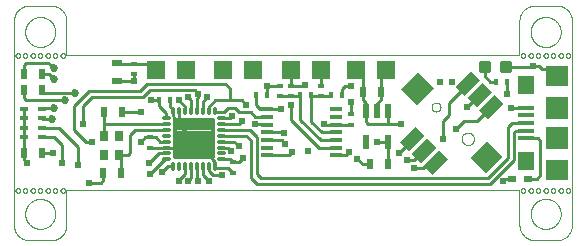
<source format=gtl>
G75*
%MOIN*%
%OFA0B0*%
%FSLAX25Y25*%
%IPPOS*%
%LPD*%
%AMOC8*
5,1,8,0,0,1.08239X$1,22.5*
%
%ADD10C,0.00000*%
%ADD11R,0.07283X0.04331*%
%ADD12R,0.07874X0.07480*%
%ADD13R,0.05512X0.01378*%
%ADD14R,0.07480X0.07087*%
%ADD15R,0.07480X0.07480*%
%ADD16R,0.05512X0.06299*%
%ADD17R,0.02165X0.04724*%
%ADD18C,0.01181*%
%ADD19R,0.06000X0.06000*%
%ADD20R,0.02756X0.01969*%
%ADD21R,0.01969X0.03543*%
%ADD22R,0.01575X0.02362*%
%ADD23R,0.02756X0.01772*%
%ADD24R,0.03543X0.01969*%
%ADD25R,0.02362X0.01575*%
%ADD26R,0.03900X0.01200*%
%ADD27C,0.01378*%
%ADD28R,0.03150X0.03543*%
%ADD29C,0.02400*%
%ADD30C,0.01000*%
%ADD31C,0.02700*%
D10*
X0044428Y0032371D02*
X0044428Y0100496D01*
X0044430Y0100636D01*
X0044436Y0100776D01*
X0044446Y0100916D01*
X0044459Y0101056D01*
X0044477Y0101195D01*
X0044499Y0101334D01*
X0044524Y0101471D01*
X0044553Y0101609D01*
X0044586Y0101745D01*
X0044623Y0101880D01*
X0044664Y0102014D01*
X0044709Y0102147D01*
X0044757Y0102279D01*
X0044809Y0102409D01*
X0044864Y0102538D01*
X0044923Y0102665D01*
X0044986Y0102791D01*
X0045052Y0102915D01*
X0045121Y0103036D01*
X0045194Y0103156D01*
X0045271Y0103274D01*
X0045350Y0103389D01*
X0045433Y0103503D01*
X0045519Y0103613D01*
X0045608Y0103722D01*
X0045700Y0103828D01*
X0045795Y0103931D01*
X0045892Y0104032D01*
X0045993Y0104129D01*
X0046096Y0104224D01*
X0046202Y0104316D01*
X0046311Y0104405D01*
X0046421Y0104491D01*
X0046535Y0104574D01*
X0046650Y0104653D01*
X0046768Y0104730D01*
X0046888Y0104803D01*
X0047009Y0104872D01*
X0047133Y0104938D01*
X0047259Y0105001D01*
X0047386Y0105060D01*
X0047515Y0105115D01*
X0047645Y0105167D01*
X0047777Y0105215D01*
X0047910Y0105260D01*
X0048044Y0105301D01*
X0048179Y0105338D01*
X0048315Y0105371D01*
X0048453Y0105400D01*
X0048590Y0105425D01*
X0048729Y0105447D01*
X0048868Y0105465D01*
X0049008Y0105478D01*
X0049148Y0105488D01*
X0049288Y0105494D01*
X0049428Y0105496D01*
X0056928Y0105496D01*
X0057068Y0105494D01*
X0057208Y0105488D01*
X0057348Y0105478D01*
X0057488Y0105465D01*
X0057627Y0105447D01*
X0057766Y0105425D01*
X0057903Y0105400D01*
X0058041Y0105371D01*
X0058177Y0105338D01*
X0058312Y0105301D01*
X0058446Y0105260D01*
X0058579Y0105215D01*
X0058711Y0105167D01*
X0058841Y0105115D01*
X0058970Y0105060D01*
X0059097Y0105001D01*
X0059223Y0104938D01*
X0059347Y0104872D01*
X0059468Y0104803D01*
X0059588Y0104730D01*
X0059706Y0104653D01*
X0059821Y0104574D01*
X0059935Y0104491D01*
X0060045Y0104405D01*
X0060154Y0104316D01*
X0060260Y0104224D01*
X0060363Y0104129D01*
X0060464Y0104032D01*
X0060561Y0103931D01*
X0060656Y0103828D01*
X0060748Y0103722D01*
X0060837Y0103613D01*
X0060923Y0103503D01*
X0061006Y0103389D01*
X0061085Y0103274D01*
X0061162Y0103156D01*
X0061235Y0103036D01*
X0061304Y0102915D01*
X0061370Y0102791D01*
X0061433Y0102665D01*
X0061492Y0102538D01*
X0061547Y0102409D01*
X0061599Y0102279D01*
X0061647Y0102147D01*
X0061692Y0102014D01*
X0061733Y0101880D01*
X0061770Y0101745D01*
X0061803Y0101609D01*
X0061832Y0101471D01*
X0061857Y0101334D01*
X0061879Y0101195D01*
X0061897Y0101056D01*
X0061910Y0100916D01*
X0061920Y0100776D01*
X0061926Y0100636D01*
X0061928Y0100496D01*
X0061928Y0088933D01*
X0212928Y0088933D01*
X0212928Y0100496D01*
X0212930Y0100636D01*
X0212936Y0100776D01*
X0212946Y0100916D01*
X0212959Y0101056D01*
X0212977Y0101195D01*
X0212999Y0101334D01*
X0213024Y0101471D01*
X0213053Y0101609D01*
X0213086Y0101745D01*
X0213123Y0101880D01*
X0213164Y0102014D01*
X0213209Y0102147D01*
X0213257Y0102279D01*
X0213309Y0102409D01*
X0213364Y0102538D01*
X0213423Y0102665D01*
X0213486Y0102791D01*
X0213552Y0102915D01*
X0213621Y0103036D01*
X0213694Y0103156D01*
X0213771Y0103274D01*
X0213850Y0103389D01*
X0213933Y0103503D01*
X0214019Y0103613D01*
X0214108Y0103722D01*
X0214200Y0103828D01*
X0214295Y0103931D01*
X0214392Y0104032D01*
X0214493Y0104129D01*
X0214596Y0104224D01*
X0214702Y0104316D01*
X0214811Y0104405D01*
X0214921Y0104491D01*
X0215035Y0104574D01*
X0215150Y0104653D01*
X0215268Y0104730D01*
X0215388Y0104803D01*
X0215509Y0104872D01*
X0215633Y0104938D01*
X0215759Y0105001D01*
X0215886Y0105060D01*
X0216015Y0105115D01*
X0216145Y0105167D01*
X0216277Y0105215D01*
X0216410Y0105260D01*
X0216544Y0105301D01*
X0216679Y0105338D01*
X0216815Y0105371D01*
X0216953Y0105400D01*
X0217090Y0105425D01*
X0217229Y0105447D01*
X0217368Y0105465D01*
X0217508Y0105478D01*
X0217648Y0105488D01*
X0217788Y0105494D01*
X0217928Y0105496D01*
X0225428Y0105496D01*
X0225568Y0105494D01*
X0225708Y0105488D01*
X0225848Y0105478D01*
X0225988Y0105465D01*
X0226127Y0105447D01*
X0226266Y0105425D01*
X0226403Y0105400D01*
X0226541Y0105371D01*
X0226677Y0105338D01*
X0226812Y0105301D01*
X0226946Y0105260D01*
X0227079Y0105215D01*
X0227211Y0105167D01*
X0227341Y0105115D01*
X0227470Y0105060D01*
X0227597Y0105001D01*
X0227723Y0104938D01*
X0227847Y0104872D01*
X0227968Y0104803D01*
X0228088Y0104730D01*
X0228206Y0104653D01*
X0228321Y0104574D01*
X0228435Y0104491D01*
X0228545Y0104405D01*
X0228654Y0104316D01*
X0228760Y0104224D01*
X0228863Y0104129D01*
X0228964Y0104032D01*
X0229061Y0103931D01*
X0229156Y0103828D01*
X0229248Y0103722D01*
X0229337Y0103613D01*
X0229423Y0103503D01*
X0229506Y0103389D01*
X0229585Y0103274D01*
X0229662Y0103156D01*
X0229735Y0103036D01*
X0229804Y0102915D01*
X0229870Y0102791D01*
X0229933Y0102665D01*
X0229992Y0102538D01*
X0230047Y0102409D01*
X0230099Y0102279D01*
X0230147Y0102147D01*
X0230192Y0102014D01*
X0230233Y0101880D01*
X0230270Y0101745D01*
X0230303Y0101609D01*
X0230332Y0101471D01*
X0230357Y0101334D01*
X0230379Y0101195D01*
X0230397Y0101056D01*
X0230410Y0100916D01*
X0230420Y0100776D01*
X0230426Y0100636D01*
X0230428Y0100496D01*
X0230428Y0032371D01*
X0230426Y0032231D01*
X0230420Y0032091D01*
X0230410Y0031951D01*
X0230397Y0031811D01*
X0230379Y0031672D01*
X0230357Y0031533D01*
X0230332Y0031396D01*
X0230303Y0031258D01*
X0230270Y0031122D01*
X0230233Y0030987D01*
X0230192Y0030853D01*
X0230147Y0030720D01*
X0230099Y0030588D01*
X0230047Y0030458D01*
X0229992Y0030329D01*
X0229933Y0030202D01*
X0229870Y0030076D01*
X0229804Y0029952D01*
X0229735Y0029831D01*
X0229662Y0029711D01*
X0229585Y0029593D01*
X0229506Y0029478D01*
X0229423Y0029364D01*
X0229337Y0029254D01*
X0229248Y0029145D01*
X0229156Y0029039D01*
X0229061Y0028936D01*
X0228964Y0028835D01*
X0228863Y0028738D01*
X0228760Y0028643D01*
X0228654Y0028551D01*
X0228545Y0028462D01*
X0228435Y0028376D01*
X0228321Y0028293D01*
X0228206Y0028214D01*
X0228088Y0028137D01*
X0227968Y0028064D01*
X0227847Y0027995D01*
X0227723Y0027929D01*
X0227597Y0027866D01*
X0227470Y0027807D01*
X0227341Y0027752D01*
X0227211Y0027700D01*
X0227079Y0027652D01*
X0226946Y0027607D01*
X0226812Y0027566D01*
X0226677Y0027529D01*
X0226541Y0027496D01*
X0226403Y0027467D01*
X0226266Y0027442D01*
X0226127Y0027420D01*
X0225988Y0027402D01*
X0225848Y0027389D01*
X0225708Y0027379D01*
X0225568Y0027373D01*
X0225428Y0027371D01*
X0217928Y0027371D01*
X0217788Y0027373D01*
X0217648Y0027379D01*
X0217508Y0027389D01*
X0217368Y0027402D01*
X0217229Y0027420D01*
X0217090Y0027442D01*
X0216953Y0027467D01*
X0216815Y0027496D01*
X0216679Y0027529D01*
X0216544Y0027566D01*
X0216410Y0027607D01*
X0216277Y0027652D01*
X0216145Y0027700D01*
X0216015Y0027752D01*
X0215886Y0027807D01*
X0215759Y0027866D01*
X0215633Y0027929D01*
X0215509Y0027995D01*
X0215388Y0028064D01*
X0215268Y0028137D01*
X0215150Y0028214D01*
X0215035Y0028293D01*
X0214921Y0028376D01*
X0214811Y0028462D01*
X0214702Y0028551D01*
X0214596Y0028643D01*
X0214493Y0028738D01*
X0214392Y0028835D01*
X0214295Y0028936D01*
X0214200Y0029039D01*
X0214108Y0029145D01*
X0214019Y0029254D01*
X0213933Y0029364D01*
X0213850Y0029478D01*
X0213771Y0029593D01*
X0213694Y0029711D01*
X0213621Y0029831D01*
X0213552Y0029952D01*
X0213486Y0030076D01*
X0213423Y0030202D01*
X0213364Y0030329D01*
X0213309Y0030458D01*
X0213257Y0030588D01*
X0213209Y0030720D01*
X0213164Y0030853D01*
X0213123Y0030987D01*
X0213086Y0031122D01*
X0213053Y0031258D01*
X0213024Y0031396D01*
X0212999Y0031533D01*
X0212977Y0031672D01*
X0212959Y0031811D01*
X0212946Y0031951D01*
X0212936Y0032091D01*
X0212930Y0032231D01*
X0212928Y0032371D01*
X0212928Y0043933D01*
X0061928Y0043933D01*
X0061928Y0032371D01*
X0061926Y0032231D01*
X0061920Y0032091D01*
X0061910Y0031951D01*
X0061897Y0031811D01*
X0061879Y0031672D01*
X0061857Y0031533D01*
X0061832Y0031396D01*
X0061803Y0031258D01*
X0061770Y0031122D01*
X0061733Y0030987D01*
X0061692Y0030853D01*
X0061647Y0030720D01*
X0061599Y0030588D01*
X0061547Y0030458D01*
X0061492Y0030329D01*
X0061433Y0030202D01*
X0061370Y0030076D01*
X0061304Y0029952D01*
X0061235Y0029831D01*
X0061162Y0029711D01*
X0061085Y0029593D01*
X0061006Y0029478D01*
X0060923Y0029364D01*
X0060837Y0029254D01*
X0060748Y0029145D01*
X0060656Y0029039D01*
X0060561Y0028936D01*
X0060464Y0028835D01*
X0060363Y0028738D01*
X0060260Y0028643D01*
X0060154Y0028551D01*
X0060045Y0028462D01*
X0059935Y0028376D01*
X0059821Y0028293D01*
X0059706Y0028214D01*
X0059588Y0028137D01*
X0059468Y0028064D01*
X0059347Y0027995D01*
X0059223Y0027929D01*
X0059097Y0027866D01*
X0058970Y0027807D01*
X0058841Y0027752D01*
X0058711Y0027700D01*
X0058579Y0027652D01*
X0058446Y0027607D01*
X0058312Y0027566D01*
X0058177Y0027529D01*
X0058041Y0027496D01*
X0057903Y0027467D01*
X0057766Y0027442D01*
X0057627Y0027420D01*
X0057488Y0027402D01*
X0057348Y0027389D01*
X0057208Y0027379D01*
X0057068Y0027373D01*
X0056928Y0027371D01*
X0049428Y0027371D01*
X0049288Y0027373D01*
X0049148Y0027379D01*
X0049008Y0027389D01*
X0048868Y0027402D01*
X0048729Y0027420D01*
X0048590Y0027442D01*
X0048453Y0027467D01*
X0048315Y0027496D01*
X0048179Y0027529D01*
X0048044Y0027566D01*
X0047910Y0027607D01*
X0047777Y0027652D01*
X0047645Y0027700D01*
X0047515Y0027752D01*
X0047386Y0027807D01*
X0047259Y0027866D01*
X0047133Y0027929D01*
X0047009Y0027995D01*
X0046888Y0028064D01*
X0046768Y0028137D01*
X0046650Y0028214D01*
X0046535Y0028293D01*
X0046421Y0028376D01*
X0046311Y0028462D01*
X0046202Y0028551D01*
X0046096Y0028643D01*
X0045993Y0028738D01*
X0045892Y0028835D01*
X0045795Y0028936D01*
X0045700Y0029039D01*
X0045608Y0029145D01*
X0045519Y0029254D01*
X0045433Y0029364D01*
X0045350Y0029478D01*
X0045271Y0029593D01*
X0045194Y0029711D01*
X0045121Y0029831D01*
X0045052Y0029952D01*
X0044986Y0030076D01*
X0044923Y0030202D01*
X0044864Y0030329D01*
X0044809Y0030458D01*
X0044757Y0030588D01*
X0044709Y0030720D01*
X0044664Y0030853D01*
X0044623Y0030987D01*
X0044586Y0031122D01*
X0044553Y0031258D01*
X0044524Y0031396D01*
X0044499Y0031533D01*
X0044477Y0031672D01*
X0044459Y0031811D01*
X0044446Y0031951D01*
X0044436Y0032091D01*
X0044430Y0032231D01*
X0044428Y0032371D01*
X0048178Y0036121D02*
X0048180Y0036262D01*
X0048186Y0036403D01*
X0048196Y0036543D01*
X0048210Y0036683D01*
X0048228Y0036823D01*
X0048249Y0036962D01*
X0048275Y0037101D01*
X0048304Y0037239D01*
X0048338Y0037375D01*
X0048375Y0037511D01*
X0048416Y0037646D01*
X0048461Y0037780D01*
X0048510Y0037912D01*
X0048562Y0038043D01*
X0048618Y0038172D01*
X0048678Y0038299D01*
X0048741Y0038425D01*
X0048807Y0038549D01*
X0048878Y0038672D01*
X0048951Y0038792D01*
X0049028Y0038910D01*
X0049108Y0039026D01*
X0049192Y0039139D01*
X0049278Y0039250D01*
X0049368Y0039359D01*
X0049461Y0039465D01*
X0049556Y0039568D01*
X0049655Y0039669D01*
X0049756Y0039767D01*
X0049860Y0039862D01*
X0049967Y0039954D01*
X0050076Y0040043D01*
X0050188Y0040128D01*
X0050302Y0040211D01*
X0050418Y0040291D01*
X0050537Y0040367D01*
X0050658Y0040439D01*
X0050780Y0040509D01*
X0050905Y0040574D01*
X0051031Y0040637D01*
X0051159Y0040695D01*
X0051289Y0040750D01*
X0051420Y0040802D01*
X0051553Y0040849D01*
X0051687Y0040893D01*
X0051822Y0040934D01*
X0051958Y0040970D01*
X0052095Y0041002D01*
X0052233Y0041031D01*
X0052371Y0041056D01*
X0052511Y0041076D01*
X0052651Y0041093D01*
X0052791Y0041106D01*
X0052932Y0041115D01*
X0053072Y0041120D01*
X0053213Y0041121D01*
X0053354Y0041118D01*
X0053495Y0041111D01*
X0053635Y0041100D01*
X0053775Y0041085D01*
X0053915Y0041066D01*
X0054054Y0041044D01*
X0054192Y0041017D01*
X0054330Y0040987D01*
X0054466Y0040952D01*
X0054602Y0040914D01*
X0054736Y0040872D01*
X0054870Y0040826D01*
X0055002Y0040777D01*
X0055132Y0040723D01*
X0055261Y0040666D01*
X0055388Y0040606D01*
X0055514Y0040542D01*
X0055637Y0040474D01*
X0055759Y0040403D01*
X0055879Y0040329D01*
X0055996Y0040251D01*
X0056111Y0040170D01*
X0056224Y0040086D01*
X0056335Y0039999D01*
X0056443Y0039908D01*
X0056548Y0039815D01*
X0056651Y0039718D01*
X0056751Y0039619D01*
X0056848Y0039517D01*
X0056942Y0039412D01*
X0057033Y0039305D01*
X0057121Y0039195D01*
X0057206Y0039083D01*
X0057288Y0038968D01*
X0057367Y0038851D01*
X0057442Y0038732D01*
X0057514Y0038611D01*
X0057582Y0038488D01*
X0057647Y0038363D01*
X0057709Y0038236D01*
X0057766Y0038107D01*
X0057821Y0037977D01*
X0057871Y0037846D01*
X0057918Y0037713D01*
X0057961Y0037579D01*
X0058000Y0037443D01*
X0058035Y0037307D01*
X0058067Y0037170D01*
X0058094Y0037032D01*
X0058118Y0036893D01*
X0058138Y0036753D01*
X0058154Y0036613D01*
X0058166Y0036473D01*
X0058174Y0036332D01*
X0058178Y0036191D01*
X0058178Y0036051D01*
X0058174Y0035910D01*
X0058166Y0035769D01*
X0058154Y0035629D01*
X0058138Y0035489D01*
X0058118Y0035349D01*
X0058094Y0035210D01*
X0058067Y0035072D01*
X0058035Y0034935D01*
X0058000Y0034799D01*
X0057961Y0034663D01*
X0057918Y0034529D01*
X0057871Y0034396D01*
X0057821Y0034265D01*
X0057766Y0034135D01*
X0057709Y0034006D01*
X0057647Y0033879D01*
X0057582Y0033754D01*
X0057514Y0033631D01*
X0057442Y0033510D01*
X0057367Y0033391D01*
X0057288Y0033274D01*
X0057206Y0033159D01*
X0057121Y0033047D01*
X0057033Y0032937D01*
X0056942Y0032830D01*
X0056848Y0032725D01*
X0056751Y0032623D01*
X0056651Y0032524D01*
X0056548Y0032427D01*
X0056443Y0032334D01*
X0056335Y0032243D01*
X0056224Y0032156D01*
X0056111Y0032072D01*
X0055996Y0031991D01*
X0055879Y0031913D01*
X0055759Y0031839D01*
X0055637Y0031768D01*
X0055514Y0031700D01*
X0055388Y0031636D01*
X0055261Y0031576D01*
X0055132Y0031519D01*
X0055002Y0031465D01*
X0054870Y0031416D01*
X0054736Y0031370D01*
X0054602Y0031328D01*
X0054466Y0031290D01*
X0054330Y0031255D01*
X0054192Y0031225D01*
X0054054Y0031198D01*
X0053915Y0031176D01*
X0053775Y0031157D01*
X0053635Y0031142D01*
X0053495Y0031131D01*
X0053354Y0031124D01*
X0053213Y0031121D01*
X0053072Y0031122D01*
X0052932Y0031127D01*
X0052791Y0031136D01*
X0052651Y0031149D01*
X0052511Y0031166D01*
X0052371Y0031186D01*
X0052233Y0031211D01*
X0052095Y0031240D01*
X0051958Y0031272D01*
X0051822Y0031308D01*
X0051687Y0031349D01*
X0051553Y0031393D01*
X0051420Y0031440D01*
X0051289Y0031492D01*
X0051159Y0031547D01*
X0051031Y0031605D01*
X0050905Y0031668D01*
X0050780Y0031733D01*
X0050658Y0031803D01*
X0050537Y0031875D01*
X0050418Y0031951D01*
X0050302Y0032031D01*
X0050188Y0032114D01*
X0050076Y0032199D01*
X0049967Y0032288D01*
X0049860Y0032380D01*
X0049756Y0032475D01*
X0049655Y0032573D01*
X0049556Y0032674D01*
X0049461Y0032777D01*
X0049368Y0032883D01*
X0049278Y0032992D01*
X0049192Y0033103D01*
X0049108Y0033216D01*
X0049028Y0033332D01*
X0048951Y0033450D01*
X0048878Y0033570D01*
X0048807Y0033693D01*
X0048741Y0033817D01*
X0048678Y0033943D01*
X0048618Y0034070D01*
X0048562Y0034199D01*
X0048510Y0034330D01*
X0048461Y0034462D01*
X0048416Y0034596D01*
X0048375Y0034731D01*
X0048338Y0034867D01*
X0048304Y0035003D01*
X0048275Y0035141D01*
X0048249Y0035280D01*
X0048228Y0035419D01*
X0048210Y0035559D01*
X0048196Y0035699D01*
X0048186Y0035839D01*
X0048180Y0035980D01*
X0048178Y0036121D01*
X0047428Y0043933D02*
X0047430Y0043987D01*
X0047436Y0044041D01*
X0047446Y0044094D01*
X0047459Y0044147D01*
X0047476Y0044198D01*
X0047497Y0044248D01*
X0047522Y0044296D01*
X0047550Y0044343D01*
X0047581Y0044387D01*
X0047615Y0044429D01*
X0047652Y0044468D01*
X0047692Y0044505D01*
X0047735Y0044538D01*
X0047780Y0044569D01*
X0047827Y0044596D01*
X0047875Y0044619D01*
X0047926Y0044639D01*
X0047977Y0044656D01*
X0048030Y0044668D01*
X0048083Y0044677D01*
X0048137Y0044682D01*
X0048192Y0044683D01*
X0048246Y0044680D01*
X0048299Y0044673D01*
X0048352Y0044662D01*
X0048405Y0044648D01*
X0048456Y0044630D01*
X0048505Y0044608D01*
X0048553Y0044583D01*
X0048599Y0044554D01*
X0048643Y0044522D01*
X0048684Y0044487D01*
X0048722Y0044449D01*
X0048758Y0044408D01*
X0048791Y0044365D01*
X0048821Y0044320D01*
X0048847Y0044272D01*
X0048870Y0044223D01*
X0048889Y0044172D01*
X0048904Y0044121D01*
X0048916Y0044068D01*
X0048924Y0044014D01*
X0048928Y0043960D01*
X0048928Y0043906D01*
X0048924Y0043852D01*
X0048916Y0043798D01*
X0048904Y0043745D01*
X0048889Y0043694D01*
X0048870Y0043643D01*
X0048847Y0043594D01*
X0048821Y0043546D01*
X0048791Y0043501D01*
X0048758Y0043458D01*
X0048722Y0043417D01*
X0048684Y0043379D01*
X0048643Y0043344D01*
X0048599Y0043312D01*
X0048553Y0043283D01*
X0048505Y0043258D01*
X0048456Y0043236D01*
X0048405Y0043218D01*
X0048352Y0043204D01*
X0048299Y0043193D01*
X0048246Y0043186D01*
X0048192Y0043183D01*
X0048137Y0043184D01*
X0048083Y0043189D01*
X0048030Y0043198D01*
X0047977Y0043210D01*
X0047926Y0043227D01*
X0047875Y0043247D01*
X0047827Y0043270D01*
X0047780Y0043297D01*
X0047735Y0043328D01*
X0047692Y0043361D01*
X0047652Y0043398D01*
X0047615Y0043437D01*
X0047581Y0043479D01*
X0047550Y0043523D01*
X0047522Y0043570D01*
X0047497Y0043618D01*
X0047476Y0043668D01*
X0047459Y0043719D01*
X0047446Y0043772D01*
X0047436Y0043825D01*
X0047430Y0043879D01*
X0047428Y0043933D01*
X0044928Y0043933D02*
X0044930Y0043987D01*
X0044936Y0044041D01*
X0044946Y0044094D01*
X0044959Y0044147D01*
X0044976Y0044198D01*
X0044997Y0044248D01*
X0045022Y0044296D01*
X0045050Y0044343D01*
X0045081Y0044387D01*
X0045115Y0044429D01*
X0045152Y0044468D01*
X0045192Y0044505D01*
X0045235Y0044538D01*
X0045280Y0044569D01*
X0045327Y0044596D01*
X0045375Y0044619D01*
X0045426Y0044639D01*
X0045477Y0044656D01*
X0045530Y0044668D01*
X0045583Y0044677D01*
X0045637Y0044682D01*
X0045692Y0044683D01*
X0045746Y0044680D01*
X0045799Y0044673D01*
X0045852Y0044662D01*
X0045905Y0044648D01*
X0045956Y0044630D01*
X0046005Y0044608D01*
X0046053Y0044583D01*
X0046099Y0044554D01*
X0046143Y0044522D01*
X0046184Y0044487D01*
X0046222Y0044449D01*
X0046258Y0044408D01*
X0046291Y0044365D01*
X0046321Y0044320D01*
X0046347Y0044272D01*
X0046370Y0044223D01*
X0046389Y0044172D01*
X0046404Y0044121D01*
X0046416Y0044068D01*
X0046424Y0044014D01*
X0046428Y0043960D01*
X0046428Y0043906D01*
X0046424Y0043852D01*
X0046416Y0043798D01*
X0046404Y0043745D01*
X0046389Y0043694D01*
X0046370Y0043643D01*
X0046347Y0043594D01*
X0046321Y0043546D01*
X0046291Y0043501D01*
X0046258Y0043458D01*
X0046222Y0043417D01*
X0046184Y0043379D01*
X0046143Y0043344D01*
X0046099Y0043312D01*
X0046053Y0043283D01*
X0046005Y0043258D01*
X0045956Y0043236D01*
X0045905Y0043218D01*
X0045852Y0043204D01*
X0045799Y0043193D01*
X0045746Y0043186D01*
X0045692Y0043183D01*
X0045637Y0043184D01*
X0045583Y0043189D01*
X0045530Y0043198D01*
X0045477Y0043210D01*
X0045426Y0043227D01*
X0045375Y0043247D01*
X0045327Y0043270D01*
X0045280Y0043297D01*
X0045235Y0043328D01*
X0045192Y0043361D01*
X0045152Y0043398D01*
X0045115Y0043437D01*
X0045081Y0043479D01*
X0045050Y0043523D01*
X0045022Y0043570D01*
X0044997Y0043618D01*
X0044976Y0043668D01*
X0044959Y0043719D01*
X0044946Y0043772D01*
X0044936Y0043825D01*
X0044930Y0043879D01*
X0044928Y0043933D01*
X0049928Y0043933D02*
X0049930Y0043987D01*
X0049936Y0044041D01*
X0049946Y0044094D01*
X0049959Y0044147D01*
X0049976Y0044198D01*
X0049997Y0044248D01*
X0050022Y0044296D01*
X0050050Y0044343D01*
X0050081Y0044387D01*
X0050115Y0044429D01*
X0050152Y0044468D01*
X0050192Y0044505D01*
X0050235Y0044538D01*
X0050280Y0044569D01*
X0050327Y0044596D01*
X0050375Y0044619D01*
X0050426Y0044639D01*
X0050477Y0044656D01*
X0050530Y0044668D01*
X0050583Y0044677D01*
X0050637Y0044682D01*
X0050692Y0044683D01*
X0050746Y0044680D01*
X0050799Y0044673D01*
X0050852Y0044662D01*
X0050905Y0044648D01*
X0050956Y0044630D01*
X0051005Y0044608D01*
X0051053Y0044583D01*
X0051099Y0044554D01*
X0051143Y0044522D01*
X0051184Y0044487D01*
X0051222Y0044449D01*
X0051258Y0044408D01*
X0051291Y0044365D01*
X0051321Y0044320D01*
X0051347Y0044272D01*
X0051370Y0044223D01*
X0051389Y0044172D01*
X0051404Y0044121D01*
X0051416Y0044068D01*
X0051424Y0044014D01*
X0051428Y0043960D01*
X0051428Y0043906D01*
X0051424Y0043852D01*
X0051416Y0043798D01*
X0051404Y0043745D01*
X0051389Y0043694D01*
X0051370Y0043643D01*
X0051347Y0043594D01*
X0051321Y0043546D01*
X0051291Y0043501D01*
X0051258Y0043458D01*
X0051222Y0043417D01*
X0051184Y0043379D01*
X0051143Y0043344D01*
X0051099Y0043312D01*
X0051053Y0043283D01*
X0051005Y0043258D01*
X0050956Y0043236D01*
X0050905Y0043218D01*
X0050852Y0043204D01*
X0050799Y0043193D01*
X0050746Y0043186D01*
X0050692Y0043183D01*
X0050637Y0043184D01*
X0050583Y0043189D01*
X0050530Y0043198D01*
X0050477Y0043210D01*
X0050426Y0043227D01*
X0050375Y0043247D01*
X0050327Y0043270D01*
X0050280Y0043297D01*
X0050235Y0043328D01*
X0050192Y0043361D01*
X0050152Y0043398D01*
X0050115Y0043437D01*
X0050081Y0043479D01*
X0050050Y0043523D01*
X0050022Y0043570D01*
X0049997Y0043618D01*
X0049976Y0043668D01*
X0049959Y0043719D01*
X0049946Y0043772D01*
X0049936Y0043825D01*
X0049930Y0043879D01*
X0049928Y0043933D01*
X0052428Y0043933D02*
X0052430Y0043987D01*
X0052436Y0044041D01*
X0052446Y0044094D01*
X0052459Y0044147D01*
X0052476Y0044198D01*
X0052497Y0044248D01*
X0052522Y0044296D01*
X0052550Y0044343D01*
X0052581Y0044387D01*
X0052615Y0044429D01*
X0052652Y0044468D01*
X0052692Y0044505D01*
X0052735Y0044538D01*
X0052780Y0044569D01*
X0052827Y0044596D01*
X0052875Y0044619D01*
X0052926Y0044639D01*
X0052977Y0044656D01*
X0053030Y0044668D01*
X0053083Y0044677D01*
X0053137Y0044682D01*
X0053192Y0044683D01*
X0053246Y0044680D01*
X0053299Y0044673D01*
X0053352Y0044662D01*
X0053405Y0044648D01*
X0053456Y0044630D01*
X0053505Y0044608D01*
X0053553Y0044583D01*
X0053599Y0044554D01*
X0053643Y0044522D01*
X0053684Y0044487D01*
X0053722Y0044449D01*
X0053758Y0044408D01*
X0053791Y0044365D01*
X0053821Y0044320D01*
X0053847Y0044272D01*
X0053870Y0044223D01*
X0053889Y0044172D01*
X0053904Y0044121D01*
X0053916Y0044068D01*
X0053924Y0044014D01*
X0053928Y0043960D01*
X0053928Y0043906D01*
X0053924Y0043852D01*
X0053916Y0043798D01*
X0053904Y0043745D01*
X0053889Y0043694D01*
X0053870Y0043643D01*
X0053847Y0043594D01*
X0053821Y0043546D01*
X0053791Y0043501D01*
X0053758Y0043458D01*
X0053722Y0043417D01*
X0053684Y0043379D01*
X0053643Y0043344D01*
X0053599Y0043312D01*
X0053553Y0043283D01*
X0053505Y0043258D01*
X0053456Y0043236D01*
X0053405Y0043218D01*
X0053352Y0043204D01*
X0053299Y0043193D01*
X0053246Y0043186D01*
X0053192Y0043183D01*
X0053137Y0043184D01*
X0053083Y0043189D01*
X0053030Y0043198D01*
X0052977Y0043210D01*
X0052926Y0043227D01*
X0052875Y0043247D01*
X0052827Y0043270D01*
X0052780Y0043297D01*
X0052735Y0043328D01*
X0052692Y0043361D01*
X0052652Y0043398D01*
X0052615Y0043437D01*
X0052581Y0043479D01*
X0052550Y0043523D01*
X0052522Y0043570D01*
X0052497Y0043618D01*
X0052476Y0043668D01*
X0052459Y0043719D01*
X0052446Y0043772D01*
X0052436Y0043825D01*
X0052430Y0043879D01*
X0052428Y0043933D01*
X0054928Y0043933D02*
X0054930Y0043987D01*
X0054936Y0044041D01*
X0054946Y0044094D01*
X0054959Y0044147D01*
X0054976Y0044198D01*
X0054997Y0044248D01*
X0055022Y0044296D01*
X0055050Y0044343D01*
X0055081Y0044387D01*
X0055115Y0044429D01*
X0055152Y0044468D01*
X0055192Y0044505D01*
X0055235Y0044538D01*
X0055280Y0044569D01*
X0055327Y0044596D01*
X0055375Y0044619D01*
X0055426Y0044639D01*
X0055477Y0044656D01*
X0055530Y0044668D01*
X0055583Y0044677D01*
X0055637Y0044682D01*
X0055692Y0044683D01*
X0055746Y0044680D01*
X0055799Y0044673D01*
X0055852Y0044662D01*
X0055905Y0044648D01*
X0055956Y0044630D01*
X0056005Y0044608D01*
X0056053Y0044583D01*
X0056099Y0044554D01*
X0056143Y0044522D01*
X0056184Y0044487D01*
X0056222Y0044449D01*
X0056258Y0044408D01*
X0056291Y0044365D01*
X0056321Y0044320D01*
X0056347Y0044272D01*
X0056370Y0044223D01*
X0056389Y0044172D01*
X0056404Y0044121D01*
X0056416Y0044068D01*
X0056424Y0044014D01*
X0056428Y0043960D01*
X0056428Y0043906D01*
X0056424Y0043852D01*
X0056416Y0043798D01*
X0056404Y0043745D01*
X0056389Y0043694D01*
X0056370Y0043643D01*
X0056347Y0043594D01*
X0056321Y0043546D01*
X0056291Y0043501D01*
X0056258Y0043458D01*
X0056222Y0043417D01*
X0056184Y0043379D01*
X0056143Y0043344D01*
X0056099Y0043312D01*
X0056053Y0043283D01*
X0056005Y0043258D01*
X0055956Y0043236D01*
X0055905Y0043218D01*
X0055852Y0043204D01*
X0055799Y0043193D01*
X0055746Y0043186D01*
X0055692Y0043183D01*
X0055637Y0043184D01*
X0055583Y0043189D01*
X0055530Y0043198D01*
X0055477Y0043210D01*
X0055426Y0043227D01*
X0055375Y0043247D01*
X0055327Y0043270D01*
X0055280Y0043297D01*
X0055235Y0043328D01*
X0055192Y0043361D01*
X0055152Y0043398D01*
X0055115Y0043437D01*
X0055081Y0043479D01*
X0055050Y0043523D01*
X0055022Y0043570D01*
X0054997Y0043618D01*
X0054976Y0043668D01*
X0054959Y0043719D01*
X0054946Y0043772D01*
X0054936Y0043825D01*
X0054930Y0043879D01*
X0054928Y0043933D01*
X0057428Y0043933D02*
X0057430Y0043987D01*
X0057436Y0044041D01*
X0057446Y0044094D01*
X0057459Y0044147D01*
X0057476Y0044198D01*
X0057497Y0044248D01*
X0057522Y0044296D01*
X0057550Y0044343D01*
X0057581Y0044387D01*
X0057615Y0044429D01*
X0057652Y0044468D01*
X0057692Y0044505D01*
X0057735Y0044538D01*
X0057780Y0044569D01*
X0057827Y0044596D01*
X0057875Y0044619D01*
X0057926Y0044639D01*
X0057977Y0044656D01*
X0058030Y0044668D01*
X0058083Y0044677D01*
X0058137Y0044682D01*
X0058192Y0044683D01*
X0058246Y0044680D01*
X0058299Y0044673D01*
X0058352Y0044662D01*
X0058405Y0044648D01*
X0058456Y0044630D01*
X0058505Y0044608D01*
X0058553Y0044583D01*
X0058599Y0044554D01*
X0058643Y0044522D01*
X0058684Y0044487D01*
X0058722Y0044449D01*
X0058758Y0044408D01*
X0058791Y0044365D01*
X0058821Y0044320D01*
X0058847Y0044272D01*
X0058870Y0044223D01*
X0058889Y0044172D01*
X0058904Y0044121D01*
X0058916Y0044068D01*
X0058924Y0044014D01*
X0058928Y0043960D01*
X0058928Y0043906D01*
X0058924Y0043852D01*
X0058916Y0043798D01*
X0058904Y0043745D01*
X0058889Y0043694D01*
X0058870Y0043643D01*
X0058847Y0043594D01*
X0058821Y0043546D01*
X0058791Y0043501D01*
X0058758Y0043458D01*
X0058722Y0043417D01*
X0058684Y0043379D01*
X0058643Y0043344D01*
X0058599Y0043312D01*
X0058553Y0043283D01*
X0058505Y0043258D01*
X0058456Y0043236D01*
X0058405Y0043218D01*
X0058352Y0043204D01*
X0058299Y0043193D01*
X0058246Y0043186D01*
X0058192Y0043183D01*
X0058137Y0043184D01*
X0058083Y0043189D01*
X0058030Y0043198D01*
X0057977Y0043210D01*
X0057926Y0043227D01*
X0057875Y0043247D01*
X0057827Y0043270D01*
X0057780Y0043297D01*
X0057735Y0043328D01*
X0057692Y0043361D01*
X0057652Y0043398D01*
X0057615Y0043437D01*
X0057581Y0043479D01*
X0057550Y0043523D01*
X0057522Y0043570D01*
X0057497Y0043618D01*
X0057476Y0043668D01*
X0057459Y0043719D01*
X0057446Y0043772D01*
X0057436Y0043825D01*
X0057430Y0043879D01*
X0057428Y0043933D01*
X0059928Y0043933D02*
X0059930Y0043987D01*
X0059936Y0044041D01*
X0059946Y0044094D01*
X0059959Y0044147D01*
X0059976Y0044198D01*
X0059997Y0044248D01*
X0060022Y0044296D01*
X0060050Y0044343D01*
X0060081Y0044387D01*
X0060115Y0044429D01*
X0060152Y0044468D01*
X0060192Y0044505D01*
X0060235Y0044538D01*
X0060280Y0044569D01*
X0060327Y0044596D01*
X0060375Y0044619D01*
X0060426Y0044639D01*
X0060477Y0044656D01*
X0060530Y0044668D01*
X0060583Y0044677D01*
X0060637Y0044682D01*
X0060692Y0044683D01*
X0060746Y0044680D01*
X0060799Y0044673D01*
X0060852Y0044662D01*
X0060905Y0044648D01*
X0060956Y0044630D01*
X0061005Y0044608D01*
X0061053Y0044583D01*
X0061099Y0044554D01*
X0061143Y0044522D01*
X0061184Y0044487D01*
X0061222Y0044449D01*
X0061258Y0044408D01*
X0061291Y0044365D01*
X0061321Y0044320D01*
X0061347Y0044272D01*
X0061370Y0044223D01*
X0061389Y0044172D01*
X0061404Y0044121D01*
X0061416Y0044068D01*
X0061424Y0044014D01*
X0061428Y0043960D01*
X0061428Y0043906D01*
X0061424Y0043852D01*
X0061416Y0043798D01*
X0061404Y0043745D01*
X0061389Y0043694D01*
X0061370Y0043643D01*
X0061347Y0043594D01*
X0061321Y0043546D01*
X0061291Y0043501D01*
X0061258Y0043458D01*
X0061222Y0043417D01*
X0061184Y0043379D01*
X0061143Y0043344D01*
X0061099Y0043312D01*
X0061053Y0043283D01*
X0061005Y0043258D01*
X0060956Y0043236D01*
X0060905Y0043218D01*
X0060852Y0043204D01*
X0060799Y0043193D01*
X0060746Y0043186D01*
X0060692Y0043183D01*
X0060637Y0043184D01*
X0060583Y0043189D01*
X0060530Y0043198D01*
X0060477Y0043210D01*
X0060426Y0043227D01*
X0060375Y0043247D01*
X0060327Y0043270D01*
X0060280Y0043297D01*
X0060235Y0043328D01*
X0060192Y0043361D01*
X0060152Y0043398D01*
X0060115Y0043437D01*
X0060081Y0043479D01*
X0060050Y0043523D01*
X0060022Y0043570D01*
X0059997Y0043618D01*
X0059976Y0043668D01*
X0059959Y0043719D01*
X0059946Y0043772D01*
X0059936Y0043825D01*
X0059930Y0043879D01*
X0059928Y0043933D01*
X0059928Y0088933D02*
X0059930Y0088987D01*
X0059936Y0089041D01*
X0059946Y0089094D01*
X0059959Y0089147D01*
X0059976Y0089198D01*
X0059997Y0089248D01*
X0060022Y0089296D01*
X0060050Y0089343D01*
X0060081Y0089387D01*
X0060115Y0089429D01*
X0060152Y0089468D01*
X0060192Y0089505D01*
X0060235Y0089538D01*
X0060280Y0089569D01*
X0060327Y0089596D01*
X0060375Y0089619D01*
X0060426Y0089639D01*
X0060477Y0089656D01*
X0060530Y0089668D01*
X0060583Y0089677D01*
X0060637Y0089682D01*
X0060692Y0089683D01*
X0060746Y0089680D01*
X0060799Y0089673D01*
X0060852Y0089662D01*
X0060905Y0089648D01*
X0060956Y0089630D01*
X0061005Y0089608D01*
X0061053Y0089583D01*
X0061099Y0089554D01*
X0061143Y0089522D01*
X0061184Y0089487D01*
X0061222Y0089449D01*
X0061258Y0089408D01*
X0061291Y0089365D01*
X0061321Y0089320D01*
X0061347Y0089272D01*
X0061370Y0089223D01*
X0061389Y0089172D01*
X0061404Y0089121D01*
X0061416Y0089068D01*
X0061424Y0089014D01*
X0061428Y0088960D01*
X0061428Y0088906D01*
X0061424Y0088852D01*
X0061416Y0088798D01*
X0061404Y0088745D01*
X0061389Y0088694D01*
X0061370Y0088643D01*
X0061347Y0088594D01*
X0061321Y0088546D01*
X0061291Y0088501D01*
X0061258Y0088458D01*
X0061222Y0088417D01*
X0061184Y0088379D01*
X0061143Y0088344D01*
X0061099Y0088312D01*
X0061053Y0088283D01*
X0061005Y0088258D01*
X0060956Y0088236D01*
X0060905Y0088218D01*
X0060852Y0088204D01*
X0060799Y0088193D01*
X0060746Y0088186D01*
X0060692Y0088183D01*
X0060637Y0088184D01*
X0060583Y0088189D01*
X0060530Y0088198D01*
X0060477Y0088210D01*
X0060426Y0088227D01*
X0060375Y0088247D01*
X0060327Y0088270D01*
X0060280Y0088297D01*
X0060235Y0088328D01*
X0060192Y0088361D01*
X0060152Y0088398D01*
X0060115Y0088437D01*
X0060081Y0088479D01*
X0060050Y0088523D01*
X0060022Y0088570D01*
X0059997Y0088618D01*
X0059976Y0088668D01*
X0059959Y0088719D01*
X0059946Y0088772D01*
X0059936Y0088825D01*
X0059930Y0088879D01*
X0059928Y0088933D01*
X0057428Y0088933D02*
X0057430Y0088987D01*
X0057436Y0089041D01*
X0057446Y0089094D01*
X0057459Y0089147D01*
X0057476Y0089198D01*
X0057497Y0089248D01*
X0057522Y0089296D01*
X0057550Y0089343D01*
X0057581Y0089387D01*
X0057615Y0089429D01*
X0057652Y0089468D01*
X0057692Y0089505D01*
X0057735Y0089538D01*
X0057780Y0089569D01*
X0057827Y0089596D01*
X0057875Y0089619D01*
X0057926Y0089639D01*
X0057977Y0089656D01*
X0058030Y0089668D01*
X0058083Y0089677D01*
X0058137Y0089682D01*
X0058192Y0089683D01*
X0058246Y0089680D01*
X0058299Y0089673D01*
X0058352Y0089662D01*
X0058405Y0089648D01*
X0058456Y0089630D01*
X0058505Y0089608D01*
X0058553Y0089583D01*
X0058599Y0089554D01*
X0058643Y0089522D01*
X0058684Y0089487D01*
X0058722Y0089449D01*
X0058758Y0089408D01*
X0058791Y0089365D01*
X0058821Y0089320D01*
X0058847Y0089272D01*
X0058870Y0089223D01*
X0058889Y0089172D01*
X0058904Y0089121D01*
X0058916Y0089068D01*
X0058924Y0089014D01*
X0058928Y0088960D01*
X0058928Y0088906D01*
X0058924Y0088852D01*
X0058916Y0088798D01*
X0058904Y0088745D01*
X0058889Y0088694D01*
X0058870Y0088643D01*
X0058847Y0088594D01*
X0058821Y0088546D01*
X0058791Y0088501D01*
X0058758Y0088458D01*
X0058722Y0088417D01*
X0058684Y0088379D01*
X0058643Y0088344D01*
X0058599Y0088312D01*
X0058553Y0088283D01*
X0058505Y0088258D01*
X0058456Y0088236D01*
X0058405Y0088218D01*
X0058352Y0088204D01*
X0058299Y0088193D01*
X0058246Y0088186D01*
X0058192Y0088183D01*
X0058137Y0088184D01*
X0058083Y0088189D01*
X0058030Y0088198D01*
X0057977Y0088210D01*
X0057926Y0088227D01*
X0057875Y0088247D01*
X0057827Y0088270D01*
X0057780Y0088297D01*
X0057735Y0088328D01*
X0057692Y0088361D01*
X0057652Y0088398D01*
X0057615Y0088437D01*
X0057581Y0088479D01*
X0057550Y0088523D01*
X0057522Y0088570D01*
X0057497Y0088618D01*
X0057476Y0088668D01*
X0057459Y0088719D01*
X0057446Y0088772D01*
X0057436Y0088825D01*
X0057430Y0088879D01*
X0057428Y0088933D01*
X0054928Y0088933D02*
X0054930Y0088987D01*
X0054936Y0089041D01*
X0054946Y0089094D01*
X0054959Y0089147D01*
X0054976Y0089198D01*
X0054997Y0089248D01*
X0055022Y0089296D01*
X0055050Y0089343D01*
X0055081Y0089387D01*
X0055115Y0089429D01*
X0055152Y0089468D01*
X0055192Y0089505D01*
X0055235Y0089538D01*
X0055280Y0089569D01*
X0055327Y0089596D01*
X0055375Y0089619D01*
X0055426Y0089639D01*
X0055477Y0089656D01*
X0055530Y0089668D01*
X0055583Y0089677D01*
X0055637Y0089682D01*
X0055692Y0089683D01*
X0055746Y0089680D01*
X0055799Y0089673D01*
X0055852Y0089662D01*
X0055905Y0089648D01*
X0055956Y0089630D01*
X0056005Y0089608D01*
X0056053Y0089583D01*
X0056099Y0089554D01*
X0056143Y0089522D01*
X0056184Y0089487D01*
X0056222Y0089449D01*
X0056258Y0089408D01*
X0056291Y0089365D01*
X0056321Y0089320D01*
X0056347Y0089272D01*
X0056370Y0089223D01*
X0056389Y0089172D01*
X0056404Y0089121D01*
X0056416Y0089068D01*
X0056424Y0089014D01*
X0056428Y0088960D01*
X0056428Y0088906D01*
X0056424Y0088852D01*
X0056416Y0088798D01*
X0056404Y0088745D01*
X0056389Y0088694D01*
X0056370Y0088643D01*
X0056347Y0088594D01*
X0056321Y0088546D01*
X0056291Y0088501D01*
X0056258Y0088458D01*
X0056222Y0088417D01*
X0056184Y0088379D01*
X0056143Y0088344D01*
X0056099Y0088312D01*
X0056053Y0088283D01*
X0056005Y0088258D01*
X0055956Y0088236D01*
X0055905Y0088218D01*
X0055852Y0088204D01*
X0055799Y0088193D01*
X0055746Y0088186D01*
X0055692Y0088183D01*
X0055637Y0088184D01*
X0055583Y0088189D01*
X0055530Y0088198D01*
X0055477Y0088210D01*
X0055426Y0088227D01*
X0055375Y0088247D01*
X0055327Y0088270D01*
X0055280Y0088297D01*
X0055235Y0088328D01*
X0055192Y0088361D01*
X0055152Y0088398D01*
X0055115Y0088437D01*
X0055081Y0088479D01*
X0055050Y0088523D01*
X0055022Y0088570D01*
X0054997Y0088618D01*
X0054976Y0088668D01*
X0054959Y0088719D01*
X0054946Y0088772D01*
X0054936Y0088825D01*
X0054930Y0088879D01*
X0054928Y0088933D01*
X0052428Y0088933D02*
X0052430Y0088987D01*
X0052436Y0089041D01*
X0052446Y0089094D01*
X0052459Y0089147D01*
X0052476Y0089198D01*
X0052497Y0089248D01*
X0052522Y0089296D01*
X0052550Y0089343D01*
X0052581Y0089387D01*
X0052615Y0089429D01*
X0052652Y0089468D01*
X0052692Y0089505D01*
X0052735Y0089538D01*
X0052780Y0089569D01*
X0052827Y0089596D01*
X0052875Y0089619D01*
X0052926Y0089639D01*
X0052977Y0089656D01*
X0053030Y0089668D01*
X0053083Y0089677D01*
X0053137Y0089682D01*
X0053192Y0089683D01*
X0053246Y0089680D01*
X0053299Y0089673D01*
X0053352Y0089662D01*
X0053405Y0089648D01*
X0053456Y0089630D01*
X0053505Y0089608D01*
X0053553Y0089583D01*
X0053599Y0089554D01*
X0053643Y0089522D01*
X0053684Y0089487D01*
X0053722Y0089449D01*
X0053758Y0089408D01*
X0053791Y0089365D01*
X0053821Y0089320D01*
X0053847Y0089272D01*
X0053870Y0089223D01*
X0053889Y0089172D01*
X0053904Y0089121D01*
X0053916Y0089068D01*
X0053924Y0089014D01*
X0053928Y0088960D01*
X0053928Y0088906D01*
X0053924Y0088852D01*
X0053916Y0088798D01*
X0053904Y0088745D01*
X0053889Y0088694D01*
X0053870Y0088643D01*
X0053847Y0088594D01*
X0053821Y0088546D01*
X0053791Y0088501D01*
X0053758Y0088458D01*
X0053722Y0088417D01*
X0053684Y0088379D01*
X0053643Y0088344D01*
X0053599Y0088312D01*
X0053553Y0088283D01*
X0053505Y0088258D01*
X0053456Y0088236D01*
X0053405Y0088218D01*
X0053352Y0088204D01*
X0053299Y0088193D01*
X0053246Y0088186D01*
X0053192Y0088183D01*
X0053137Y0088184D01*
X0053083Y0088189D01*
X0053030Y0088198D01*
X0052977Y0088210D01*
X0052926Y0088227D01*
X0052875Y0088247D01*
X0052827Y0088270D01*
X0052780Y0088297D01*
X0052735Y0088328D01*
X0052692Y0088361D01*
X0052652Y0088398D01*
X0052615Y0088437D01*
X0052581Y0088479D01*
X0052550Y0088523D01*
X0052522Y0088570D01*
X0052497Y0088618D01*
X0052476Y0088668D01*
X0052459Y0088719D01*
X0052446Y0088772D01*
X0052436Y0088825D01*
X0052430Y0088879D01*
X0052428Y0088933D01*
X0049928Y0088933D02*
X0049930Y0088987D01*
X0049936Y0089041D01*
X0049946Y0089094D01*
X0049959Y0089147D01*
X0049976Y0089198D01*
X0049997Y0089248D01*
X0050022Y0089296D01*
X0050050Y0089343D01*
X0050081Y0089387D01*
X0050115Y0089429D01*
X0050152Y0089468D01*
X0050192Y0089505D01*
X0050235Y0089538D01*
X0050280Y0089569D01*
X0050327Y0089596D01*
X0050375Y0089619D01*
X0050426Y0089639D01*
X0050477Y0089656D01*
X0050530Y0089668D01*
X0050583Y0089677D01*
X0050637Y0089682D01*
X0050692Y0089683D01*
X0050746Y0089680D01*
X0050799Y0089673D01*
X0050852Y0089662D01*
X0050905Y0089648D01*
X0050956Y0089630D01*
X0051005Y0089608D01*
X0051053Y0089583D01*
X0051099Y0089554D01*
X0051143Y0089522D01*
X0051184Y0089487D01*
X0051222Y0089449D01*
X0051258Y0089408D01*
X0051291Y0089365D01*
X0051321Y0089320D01*
X0051347Y0089272D01*
X0051370Y0089223D01*
X0051389Y0089172D01*
X0051404Y0089121D01*
X0051416Y0089068D01*
X0051424Y0089014D01*
X0051428Y0088960D01*
X0051428Y0088906D01*
X0051424Y0088852D01*
X0051416Y0088798D01*
X0051404Y0088745D01*
X0051389Y0088694D01*
X0051370Y0088643D01*
X0051347Y0088594D01*
X0051321Y0088546D01*
X0051291Y0088501D01*
X0051258Y0088458D01*
X0051222Y0088417D01*
X0051184Y0088379D01*
X0051143Y0088344D01*
X0051099Y0088312D01*
X0051053Y0088283D01*
X0051005Y0088258D01*
X0050956Y0088236D01*
X0050905Y0088218D01*
X0050852Y0088204D01*
X0050799Y0088193D01*
X0050746Y0088186D01*
X0050692Y0088183D01*
X0050637Y0088184D01*
X0050583Y0088189D01*
X0050530Y0088198D01*
X0050477Y0088210D01*
X0050426Y0088227D01*
X0050375Y0088247D01*
X0050327Y0088270D01*
X0050280Y0088297D01*
X0050235Y0088328D01*
X0050192Y0088361D01*
X0050152Y0088398D01*
X0050115Y0088437D01*
X0050081Y0088479D01*
X0050050Y0088523D01*
X0050022Y0088570D01*
X0049997Y0088618D01*
X0049976Y0088668D01*
X0049959Y0088719D01*
X0049946Y0088772D01*
X0049936Y0088825D01*
X0049930Y0088879D01*
X0049928Y0088933D01*
X0047428Y0088933D02*
X0047430Y0088987D01*
X0047436Y0089041D01*
X0047446Y0089094D01*
X0047459Y0089147D01*
X0047476Y0089198D01*
X0047497Y0089248D01*
X0047522Y0089296D01*
X0047550Y0089343D01*
X0047581Y0089387D01*
X0047615Y0089429D01*
X0047652Y0089468D01*
X0047692Y0089505D01*
X0047735Y0089538D01*
X0047780Y0089569D01*
X0047827Y0089596D01*
X0047875Y0089619D01*
X0047926Y0089639D01*
X0047977Y0089656D01*
X0048030Y0089668D01*
X0048083Y0089677D01*
X0048137Y0089682D01*
X0048192Y0089683D01*
X0048246Y0089680D01*
X0048299Y0089673D01*
X0048352Y0089662D01*
X0048405Y0089648D01*
X0048456Y0089630D01*
X0048505Y0089608D01*
X0048553Y0089583D01*
X0048599Y0089554D01*
X0048643Y0089522D01*
X0048684Y0089487D01*
X0048722Y0089449D01*
X0048758Y0089408D01*
X0048791Y0089365D01*
X0048821Y0089320D01*
X0048847Y0089272D01*
X0048870Y0089223D01*
X0048889Y0089172D01*
X0048904Y0089121D01*
X0048916Y0089068D01*
X0048924Y0089014D01*
X0048928Y0088960D01*
X0048928Y0088906D01*
X0048924Y0088852D01*
X0048916Y0088798D01*
X0048904Y0088745D01*
X0048889Y0088694D01*
X0048870Y0088643D01*
X0048847Y0088594D01*
X0048821Y0088546D01*
X0048791Y0088501D01*
X0048758Y0088458D01*
X0048722Y0088417D01*
X0048684Y0088379D01*
X0048643Y0088344D01*
X0048599Y0088312D01*
X0048553Y0088283D01*
X0048505Y0088258D01*
X0048456Y0088236D01*
X0048405Y0088218D01*
X0048352Y0088204D01*
X0048299Y0088193D01*
X0048246Y0088186D01*
X0048192Y0088183D01*
X0048137Y0088184D01*
X0048083Y0088189D01*
X0048030Y0088198D01*
X0047977Y0088210D01*
X0047926Y0088227D01*
X0047875Y0088247D01*
X0047827Y0088270D01*
X0047780Y0088297D01*
X0047735Y0088328D01*
X0047692Y0088361D01*
X0047652Y0088398D01*
X0047615Y0088437D01*
X0047581Y0088479D01*
X0047550Y0088523D01*
X0047522Y0088570D01*
X0047497Y0088618D01*
X0047476Y0088668D01*
X0047459Y0088719D01*
X0047446Y0088772D01*
X0047436Y0088825D01*
X0047430Y0088879D01*
X0047428Y0088933D01*
X0044928Y0088933D02*
X0044930Y0088987D01*
X0044936Y0089041D01*
X0044946Y0089094D01*
X0044959Y0089147D01*
X0044976Y0089198D01*
X0044997Y0089248D01*
X0045022Y0089296D01*
X0045050Y0089343D01*
X0045081Y0089387D01*
X0045115Y0089429D01*
X0045152Y0089468D01*
X0045192Y0089505D01*
X0045235Y0089538D01*
X0045280Y0089569D01*
X0045327Y0089596D01*
X0045375Y0089619D01*
X0045426Y0089639D01*
X0045477Y0089656D01*
X0045530Y0089668D01*
X0045583Y0089677D01*
X0045637Y0089682D01*
X0045692Y0089683D01*
X0045746Y0089680D01*
X0045799Y0089673D01*
X0045852Y0089662D01*
X0045905Y0089648D01*
X0045956Y0089630D01*
X0046005Y0089608D01*
X0046053Y0089583D01*
X0046099Y0089554D01*
X0046143Y0089522D01*
X0046184Y0089487D01*
X0046222Y0089449D01*
X0046258Y0089408D01*
X0046291Y0089365D01*
X0046321Y0089320D01*
X0046347Y0089272D01*
X0046370Y0089223D01*
X0046389Y0089172D01*
X0046404Y0089121D01*
X0046416Y0089068D01*
X0046424Y0089014D01*
X0046428Y0088960D01*
X0046428Y0088906D01*
X0046424Y0088852D01*
X0046416Y0088798D01*
X0046404Y0088745D01*
X0046389Y0088694D01*
X0046370Y0088643D01*
X0046347Y0088594D01*
X0046321Y0088546D01*
X0046291Y0088501D01*
X0046258Y0088458D01*
X0046222Y0088417D01*
X0046184Y0088379D01*
X0046143Y0088344D01*
X0046099Y0088312D01*
X0046053Y0088283D01*
X0046005Y0088258D01*
X0045956Y0088236D01*
X0045905Y0088218D01*
X0045852Y0088204D01*
X0045799Y0088193D01*
X0045746Y0088186D01*
X0045692Y0088183D01*
X0045637Y0088184D01*
X0045583Y0088189D01*
X0045530Y0088198D01*
X0045477Y0088210D01*
X0045426Y0088227D01*
X0045375Y0088247D01*
X0045327Y0088270D01*
X0045280Y0088297D01*
X0045235Y0088328D01*
X0045192Y0088361D01*
X0045152Y0088398D01*
X0045115Y0088437D01*
X0045081Y0088479D01*
X0045050Y0088523D01*
X0045022Y0088570D01*
X0044997Y0088618D01*
X0044976Y0088668D01*
X0044959Y0088719D01*
X0044946Y0088772D01*
X0044936Y0088825D01*
X0044930Y0088879D01*
X0044928Y0088933D01*
X0048178Y0096746D02*
X0048180Y0096887D01*
X0048186Y0097028D01*
X0048196Y0097168D01*
X0048210Y0097308D01*
X0048228Y0097448D01*
X0048249Y0097587D01*
X0048275Y0097726D01*
X0048304Y0097864D01*
X0048338Y0098000D01*
X0048375Y0098136D01*
X0048416Y0098271D01*
X0048461Y0098405D01*
X0048510Y0098537D01*
X0048562Y0098668D01*
X0048618Y0098797D01*
X0048678Y0098924D01*
X0048741Y0099050D01*
X0048807Y0099174D01*
X0048878Y0099297D01*
X0048951Y0099417D01*
X0049028Y0099535D01*
X0049108Y0099651D01*
X0049192Y0099764D01*
X0049278Y0099875D01*
X0049368Y0099984D01*
X0049461Y0100090D01*
X0049556Y0100193D01*
X0049655Y0100294D01*
X0049756Y0100392D01*
X0049860Y0100487D01*
X0049967Y0100579D01*
X0050076Y0100668D01*
X0050188Y0100753D01*
X0050302Y0100836D01*
X0050418Y0100916D01*
X0050537Y0100992D01*
X0050658Y0101064D01*
X0050780Y0101134D01*
X0050905Y0101199D01*
X0051031Y0101262D01*
X0051159Y0101320D01*
X0051289Y0101375D01*
X0051420Y0101427D01*
X0051553Y0101474D01*
X0051687Y0101518D01*
X0051822Y0101559D01*
X0051958Y0101595D01*
X0052095Y0101627D01*
X0052233Y0101656D01*
X0052371Y0101681D01*
X0052511Y0101701D01*
X0052651Y0101718D01*
X0052791Y0101731D01*
X0052932Y0101740D01*
X0053072Y0101745D01*
X0053213Y0101746D01*
X0053354Y0101743D01*
X0053495Y0101736D01*
X0053635Y0101725D01*
X0053775Y0101710D01*
X0053915Y0101691D01*
X0054054Y0101669D01*
X0054192Y0101642D01*
X0054330Y0101612D01*
X0054466Y0101577D01*
X0054602Y0101539D01*
X0054736Y0101497D01*
X0054870Y0101451D01*
X0055002Y0101402D01*
X0055132Y0101348D01*
X0055261Y0101291D01*
X0055388Y0101231D01*
X0055514Y0101167D01*
X0055637Y0101099D01*
X0055759Y0101028D01*
X0055879Y0100954D01*
X0055996Y0100876D01*
X0056111Y0100795D01*
X0056224Y0100711D01*
X0056335Y0100624D01*
X0056443Y0100533D01*
X0056548Y0100440D01*
X0056651Y0100343D01*
X0056751Y0100244D01*
X0056848Y0100142D01*
X0056942Y0100037D01*
X0057033Y0099930D01*
X0057121Y0099820D01*
X0057206Y0099708D01*
X0057288Y0099593D01*
X0057367Y0099476D01*
X0057442Y0099357D01*
X0057514Y0099236D01*
X0057582Y0099113D01*
X0057647Y0098988D01*
X0057709Y0098861D01*
X0057766Y0098732D01*
X0057821Y0098602D01*
X0057871Y0098471D01*
X0057918Y0098338D01*
X0057961Y0098204D01*
X0058000Y0098068D01*
X0058035Y0097932D01*
X0058067Y0097795D01*
X0058094Y0097657D01*
X0058118Y0097518D01*
X0058138Y0097378D01*
X0058154Y0097238D01*
X0058166Y0097098D01*
X0058174Y0096957D01*
X0058178Y0096816D01*
X0058178Y0096676D01*
X0058174Y0096535D01*
X0058166Y0096394D01*
X0058154Y0096254D01*
X0058138Y0096114D01*
X0058118Y0095974D01*
X0058094Y0095835D01*
X0058067Y0095697D01*
X0058035Y0095560D01*
X0058000Y0095424D01*
X0057961Y0095288D01*
X0057918Y0095154D01*
X0057871Y0095021D01*
X0057821Y0094890D01*
X0057766Y0094760D01*
X0057709Y0094631D01*
X0057647Y0094504D01*
X0057582Y0094379D01*
X0057514Y0094256D01*
X0057442Y0094135D01*
X0057367Y0094016D01*
X0057288Y0093899D01*
X0057206Y0093784D01*
X0057121Y0093672D01*
X0057033Y0093562D01*
X0056942Y0093455D01*
X0056848Y0093350D01*
X0056751Y0093248D01*
X0056651Y0093149D01*
X0056548Y0093052D01*
X0056443Y0092959D01*
X0056335Y0092868D01*
X0056224Y0092781D01*
X0056111Y0092697D01*
X0055996Y0092616D01*
X0055879Y0092538D01*
X0055759Y0092464D01*
X0055637Y0092393D01*
X0055514Y0092325D01*
X0055388Y0092261D01*
X0055261Y0092201D01*
X0055132Y0092144D01*
X0055002Y0092090D01*
X0054870Y0092041D01*
X0054736Y0091995D01*
X0054602Y0091953D01*
X0054466Y0091915D01*
X0054330Y0091880D01*
X0054192Y0091850D01*
X0054054Y0091823D01*
X0053915Y0091801D01*
X0053775Y0091782D01*
X0053635Y0091767D01*
X0053495Y0091756D01*
X0053354Y0091749D01*
X0053213Y0091746D01*
X0053072Y0091747D01*
X0052932Y0091752D01*
X0052791Y0091761D01*
X0052651Y0091774D01*
X0052511Y0091791D01*
X0052371Y0091811D01*
X0052233Y0091836D01*
X0052095Y0091865D01*
X0051958Y0091897D01*
X0051822Y0091933D01*
X0051687Y0091974D01*
X0051553Y0092018D01*
X0051420Y0092065D01*
X0051289Y0092117D01*
X0051159Y0092172D01*
X0051031Y0092230D01*
X0050905Y0092293D01*
X0050780Y0092358D01*
X0050658Y0092428D01*
X0050537Y0092500D01*
X0050418Y0092576D01*
X0050302Y0092656D01*
X0050188Y0092739D01*
X0050076Y0092824D01*
X0049967Y0092913D01*
X0049860Y0093005D01*
X0049756Y0093100D01*
X0049655Y0093198D01*
X0049556Y0093299D01*
X0049461Y0093402D01*
X0049368Y0093508D01*
X0049278Y0093617D01*
X0049192Y0093728D01*
X0049108Y0093841D01*
X0049028Y0093957D01*
X0048951Y0094075D01*
X0048878Y0094195D01*
X0048807Y0094318D01*
X0048741Y0094442D01*
X0048678Y0094568D01*
X0048618Y0094695D01*
X0048562Y0094824D01*
X0048510Y0094955D01*
X0048461Y0095087D01*
X0048416Y0095221D01*
X0048375Y0095356D01*
X0048338Y0095492D01*
X0048304Y0095628D01*
X0048275Y0095766D01*
X0048249Y0095905D01*
X0048228Y0096044D01*
X0048210Y0096184D01*
X0048196Y0096324D01*
X0048186Y0096464D01*
X0048180Y0096605D01*
X0048178Y0096746D01*
X0183663Y0071722D02*
X0183665Y0071799D01*
X0183671Y0071875D01*
X0183681Y0071951D01*
X0183695Y0072026D01*
X0183712Y0072101D01*
X0183734Y0072174D01*
X0183759Y0072247D01*
X0183789Y0072318D01*
X0183821Y0072387D01*
X0183858Y0072454D01*
X0183897Y0072520D01*
X0183940Y0072583D01*
X0183987Y0072644D01*
X0184036Y0072703D01*
X0184089Y0072759D01*
X0184144Y0072812D01*
X0184202Y0072862D01*
X0184262Y0072909D01*
X0184325Y0072953D01*
X0184390Y0072994D01*
X0184457Y0073031D01*
X0184526Y0073065D01*
X0184596Y0073095D01*
X0184668Y0073121D01*
X0184742Y0073143D01*
X0184816Y0073162D01*
X0184891Y0073177D01*
X0184967Y0073188D01*
X0185043Y0073195D01*
X0185120Y0073198D01*
X0185196Y0073197D01*
X0185273Y0073192D01*
X0185349Y0073183D01*
X0185425Y0073170D01*
X0185499Y0073153D01*
X0185573Y0073133D01*
X0185646Y0073108D01*
X0185717Y0073080D01*
X0185787Y0073048D01*
X0185855Y0073013D01*
X0185921Y0072974D01*
X0185985Y0072932D01*
X0186046Y0072886D01*
X0186106Y0072837D01*
X0186162Y0072786D01*
X0186216Y0072731D01*
X0186267Y0072674D01*
X0186315Y0072614D01*
X0186360Y0072552D01*
X0186401Y0072487D01*
X0186439Y0072421D01*
X0186474Y0072353D01*
X0186504Y0072282D01*
X0186532Y0072211D01*
X0186555Y0072138D01*
X0186575Y0072064D01*
X0186591Y0071989D01*
X0186603Y0071913D01*
X0186611Y0071837D01*
X0186615Y0071760D01*
X0186615Y0071684D01*
X0186611Y0071607D01*
X0186603Y0071531D01*
X0186591Y0071455D01*
X0186575Y0071380D01*
X0186555Y0071306D01*
X0186532Y0071233D01*
X0186504Y0071162D01*
X0186474Y0071091D01*
X0186439Y0071023D01*
X0186401Y0070957D01*
X0186360Y0070892D01*
X0186315Y0070830D01*
X0186267Y0070770D01*
X0186216Y0070713D01*
X0186162Y0070658D01*
X0186106Y0070607D01*
X0186046Y0070558D01*
X0185985Y0070512D01*
X0185921Y0070470D01*
X0185855Y0070431D01*
X0185787Y0070396D01*
X0185717Y0070364D01*
X0185646Y0070336D01*
X0185573Y0070311D01*
X0185499Y0070291D01*
X0185425Y0070274D01*
X0185349Y0070261D01*
X0185273Y0070252D01*
X0185196Y0070247D01*
X0185120Y0070246D01*
X0185043Y0070249D01*
X0184967Y0070256D01*
X0184891Y0070267D01*
X0184816Y0070282D01*
X0184742Y0070301D01*
X0184668Y0070323D01*
X0184596Y0070349D01*
X0184526Y0070379D01*
X0184457Y0070413D01*
X0184390Y0070450D01*
X0184325Y0070491D01*
X0184262Y0070535D01*
X0184202Y0070582D01*
X0184144Y0070632D01*
X0184089Y0070685D01*
X0184036Y0070741D01*
X0183987Y0070800D01*
X0183940Y0070861D01*
X0183897Y0070924D01*
X0183858Y0070990D01*
X0183821Y0071057D01*
X0183789Y0071126D01*
X0183759Y0071197D01*
X0183734Y0071270D01*
X0183712Y0071343D01*
X0183695Y0071418D01*
X0183681Y0071493D01*
X0183671Y0071569D01*
X0183665Y0071645D01*
X0183663Y0071722D01*
X0193651Y0061144D02*
X0193653Y0061235D01*
X0193659Y0061325D01*
X0193669Y0061416D01*
X0193683Y0061505D01*
X0193701Y0061594D01*
X0193722Y0061683D01*
X0193748Y0061770D01*
X0193777Y0061856D01*
X0193811Y0061940D01*
X0193847Y0062023D01*
X0193888Y0062105D01*
X0193932Y0062184D01*
X0193979Y0062262D01*
X0194030Y0062337D01*
X0194084Y0062410D01*
X0194141Y0062480D01*
X0194201Y0062548D01*
X0194264Y0062614D01*
X0194330Y0062676D01*
X0194399Y0062735D01*
X0194470Y0062792D01*
X0194544Y0062845D01*
X0194620Y0062895D01*
X0194698Y0062942D01*
X0194778Y0062985D01*
X0194859Y0063024D01*
X0194943Y0063060D01*
X0195028Y0063092D01*
X0195114Y0063121D01*
X0195201Y0063145D01*
X0195290Y0063166D01*
X0195379Y0063183D01*
X0195469Y0063196D01*
X0195559Y0063205D01*
X0195650Y0063210D01*
X0195741Y0063211D01*
X0195831Y0063208D01*
X0195922Y0063201D01*
X0196012Y0063190D01*
X0196102Y0063175D01*
X0196191Y0063156D01*
X0196279Y0063134D01*
X0196365Y0063107D01*
X0196451Y0063077D01*
X0196535Y0063043D01*
X0196618Y0063005D01*
X0196699Y0062964D01*
X0196778Y0062919D01*
X0196855Y0062870D01*
X0196929Y0062819D01*
X0197002Y0062764D01*
X0197072Y0062706D01*
X0197139Y0062645D01*
X0197203Y0062581D01*
X0197265Y0062515D01*
X0197324Y0062445D01*
X0197379Y0062374D01*
X0197432Y0062299D01*
X0197481Y0062223D01*
X0197527Y0062145D01*
X0197569Y0062064D01*
X0197608Y0061982D01*
X0197643Y0061898D01*
X0197674Y0061813D01*
X0197701Y0061726D01*
X0197725Y0061639D01*
X0197745Y0061550D01*
X0197761Y0061461D01*
X0197773Y0061371D01*
X0197781Y0061280D01*
X0197785Y0061189D01*
X0197785Y0061099D01*
X0197781Y0061008D01*
X0197773Y0060917D01*
X0197761Y0060827D01*
X0197745Y0060738D01*
X0197725Y0060649D01*
X0197701Y0060562D01*
X0197674Y0060475D01*
X0197643Y0060390D01*
X0197608Y0060306D01*
X0197569Y0060224D01*
X0197527Y0060143D01*
X0197481Y0060065D01*
X0197432Y0059989D01*
X0197379Y0059914D01*
X0197324Y0059843D01*
X0197265Y0059773D01*
X0197203Y0059707D01*
X0197139Y0059643D01*
X0197072Y0059582D01*
X0197002Y0059524D01*
X0196929Y0059469D01*
X0196855Y0059418D01*
X0196778Y0059369D01*
X0196699Y0059324D01*
X0196618Y0059283D01*
X0196535Y0059245D01*
X0196451Y0059211D01*
X0196365Y0059181D01*
X0196279Y0059154D01*
X0196191Y0059132D01*
X0196102Y0059113D01*
X0196012Y0059098D01*
X0195922Y0059087D01*
X0195831Y0059080D01*
X0195741Y0059077D01*
X0195650Y0059078D01*
X0195559Y0059083D01*
X0195469Y0059092D01*
X0195379Y0059105D01*
X0195290Y0059122D01*
X0195201Y0059143D01*
X0195114Y0059167D01*
X0195028Y0059196D01*
X0194943Y0059228D01*
X0194859Y0059264D01*
X0194778Y0059303D01*
X0194698Y0059346D01*
X0194620Y0059393D01*
X0194544Y0059443D01*
X0194470Y0059496D01*
X0194399Y0059553D01*
X0194330Y0059612D01*
X0194264Y0059674D01*
X0194201Y0059740D01*
X0194141Y0059808D01*
X0194084Y0059878D01*
X0194030Y0059951D01*
X0193979Y0060026D01*
X0193932Y0060104D01*
X0193888Y0060183D01*
X0193847Y0060265D01*
X0193811Y0060348D01*
X0193777Y0060432D01*
X0193748Y0060518D01*
X0193722Y0060605D01*
X0193701Y0060694D01*
X0193683Y0060783D01*
X0193669Y0060872D01*
X0193659Y0060963D01*
X0193653Y0061053D01*
X0193651Y0061144D01*
X0213428Y0043933D02*
X0213430Y0043987D01*
X0213436Y0044041D01*
X0213446Y0044094D01*
X0213459Y0044147D01*
X0213476Y0044198D01*
X0213497Y0044248D01*
X0213522Y0044296D01*
X0213550Y0044343D01*
X0213581Y0044387D01*
X0213615Y0044429D01*
X0213652Y0044468D01*
X0213692Y0044505D01*
X0213735Y0044538D01*
X0213780Y0044569D01*
X0213827Y0044596D01*
X0213875Y0044619D01*
X0213926Y0044639D01*
X0213977Y0044656D01*
X0214030Y0044668D01*
X0214083Y0044677D01*
X0214137Y0044682D01*
X0214192Y0044683D01*
X0214246Y0044680D01*
X0214299Y0044673D01*
X0214352Y0044662D01*
X0214405Y0044648D01*
X0214456Y0044630D01*
X0214505Y0044608D01*
X0214553Y0044583D01*
X0214599Y0044554D01*
X0214643Y0044522D01*
X0214684Y0044487D01*
X0214722Y0044449D01*
X0214758Y0044408D01*
X0214791Y0044365D01*
X0214821Y0044320D01*
X0214847Y0044272D01*
X0214870Y0044223D01*
X0214889Y0044172D01*
X0214904Y0044121D01*
X0214916Y0044068D01*
X0214924Y0044014D01*
X0214928Y0043960D01*
X0214928Y0043906D01*
X0214924Y0043852D01*
X0214916Y0043798D01*
X0214904Y0043745D01*
X0214889Y0043694D01*
X0214870Y0043643D01*
X0214847Y0043594D01*
X0214821Y0043546D01*
X0214791Y0043501D01*
X0214758Y0043458D01*
X0214722Y0043417D01*
X0214684Y0043379D01*
X0214643Y0043344D01*
X0214599Y0043312D01*
X0214553Y0043283D01*
X0214505Y0043258D01*
X0214456Y0043236D01*
X0214405Y0043218D01*
X0214352Y0043204D01*
X0214299Y0043193D01*
X0214246Y0043186D01*
X0214192Y0043183D01*
X0214137Y0043184D01*
X0214083Y0043189D01*
X0214030Y0043198D01*
X0213977Y0043210D01*
X0213926Y0043227D01*
X0213875Y0043247D01*
X0213827Y0043270D01*
X0213780Y0043297D01*
X0213735Y0043328D01*
X0213692Y0043361D01*
X0213652Y0043398D01*
X0213615Y0043437D01*
X0213581Y0043479D01*
X0213550Y0043523D01*
X0213522Y0043570D01*
X0213497Y0043618D01*
X0213476Y0043668D01*
X0213459Y0043719D01*
X0213446Y0043772D01*
X0213436Y0043825D01*
X0213430Y0043879D01*
X0213428Y0043933D01*
X0215928Y0043933D02*
X0215930Y0043987D01*
X0215936Y0044041D01*
X0215946Y0044094D01*
X0215959Y0044147D01*
X0215976Y0044198D01*
X0215997Y0044248D01*
X0216022Y0044296D01*
X0216050Y0044343D01*
X0216081Y0044387D01*
X0216115Y0044429D01*
X0216152Y0044468D01*
X0216192Y0044505D01*
X0216235Y0044538D01*
X0216280Y0044569D01*
X0216327Y0044596D01*
X0216375Y0044619D01*
X0216426Y0044639D01*
X0216477Y0044656D01*
X0216530Y0044668D01*
X0216583Y0044677D01*
X0216637Y0044682D01*
X0216692Y0044683D01*
X0216746Y0044680D01*
X0216799Y0044673D01*
X0216852Y0044662D01*
X0216905Y0044648D01*
X0216956Y0044630D01*
X0217005Y0044608D01*
X0217053Y0044583D01*
X0217099Y0044554D01*
X0217143Y0044522D01*
X0217184Y0044487D01*
X0217222Y0044449D01*
X0217258Y0044408D01*
X0217291Y0044365D01*
X0217321Y0044320D01*
X0217347Y0044272D01*
X0217370Y0044223D01*
X0217389Y0044172D01*
X0217404Y0044121D01*
X0217416Y0044068D01*
X0217424Y0044014D01*
X0217428Y0043960D01*
X0217428Y0043906D01*
X0217424Y0043852D01*
X0217416Y0043798D01*
X0217404Y0043745D01*
X0217389Y0043694D01*
X0217370Y0043643D01*
X0217347Y0043594D01*
X0217321Y0043546D01*
X0217291Y0043501D01*
X0217258Y0043458D01*
X0217222Y0043417D01*
X0217184Y0043379D01*
X0217143Y0043344D01*
X0217099Y0043312D01*
X0217053Y0043283D01*
X0217005Y0043258D01*
X0216956Y0043236D01*
X0216905Y0043218D01*
X0216852Y0043204D01*
X0216799Y0043193D01*
X0216746Y0043186D01*
X0216692Y0043183D01*
X0216637Y0043184D01*
X0216583Y0043189D01*
X0216530Y0043198D01*
X0216477Y0043210D01*
X0216426Y0043227D01*
X0216375Y0043247D01*
X0216327Y0043270D01*
X0216280Y0043297D01*
X0216235Y0043328D01*
X0216192Y0043361D01*
X0216152Y0043398D01*
X0216115Y0043437D01*
X0216081Y0043479D01*
X0216050Y0043523D01*
X0216022Y0043570D01*
X0215997Y0043618D01*
X0215976Y0043668D01*
X0215959Y0043719D01*
X0215946Y0043772D01*
X0215936Y0043825D01*
X0215930Y0043879D01*
X0215928Y0043933D01*
X0218428Y0043933D02*
X0218430Y0043987D01*
X0218436Y0044041D01*
X0218446Y0044094D01*
X0218459Y0044147D01*
X0218476Y0044198D01*
X0218497Y0044248D01*
X0218522Y0044296D01*
X0218550Y0044343D01*
X0218581Y0044387D01*
X0218615Y0044429D01*
X0218652Y0044468D01*
X0218692Y0044505D01*
X0218735Y0044538D01*
X0218780Y0044569D01*
X0218827Y0044596D01*
X0218875Y0044619D01*
X0218926Y0044639D01*
X0218977Y0044656D01*
X0219030Y0044668D01*
X0219083Y0044677D01*
X0219137Y0044682D01*
X0219192Y0044683D01*
X0219246Y0044680D01*
X0219299Y0044673D01*
X0219352Y0044662D01*
X0219405Y0044648D01*
X0219456Y0044630D01*
X0219505Y0044608D01*
X0219553Y0044583D01*
X0219599Y0044554D01*
X0219643Y0044522D01*
X0219684Y0044487D01*
X0219722Y0044449D01*
X0219758Y0044408D01*
X0219791Y0044365D01*
X0219821Y0044320D01*
X0219847Y0044272D01*
X0219870Y0044223D01*
X0219889Y0044172D01*
X0219904Y0044121D01*
X0219916Y0044068D01*
X0219924Y0044014D01*
X0219928Y0043960D01*
X0219928Y0043906D01*
X0219924Y0043852D01*
X0219916Y0043798D01*
X0219904Y0043745D01*
X0219889Y0043694D01*
X0219870Y0043643D01*
X0219847Y0043594D01*
X0219821Y0043546D01*
X0219791Y0043501D01*
X0219758Y0043458D01*
X0219722Y0043417D01*
X0219684Y0043379D01*
X0219643Y0043344D01*
X0219599Y0043312D01*
X0219553Y0043283D01*
X0219505Y0043258D01*
X0219456Y0043236D01*
X0219405Y0043218D01*
X0219352Y0043204D01*
X0219299Y0043193D01*
X0219246Y0043186D01*
X0219192Y0043183D01*
X0219137Y0043184D01*
X0219083Y0043189D01*
X0219030Y0043198D01*
X0218977Y0043210D01*
X0218926Y0043227D01*
X0218875Y0043247D01*
X0218827Y0043270D01*
X0218780Y0043297D01*
X0218735Y0043328D01*
X0218692Y0043361D01*
X0218652Y0043398D01*
X0218615Y0043437D01*
X0218581Y0043479D01*
X0218550Y0043523D01*
X0218522Y0043570D01*
X0218497Y0043618D01*
X0218476Y0043668D01*
X0218459Y0043719D01*
X0218446Y0043772D01*
X0218436Y0043825D01*
X0218430Y0043879D01*
X0218428Y0043933D01*
X0220928Y0043933D02*
X0220930Y0043987D01*
X0220936Y0044041D01*
X0220946Y0044094D01*
X0220959Y0044147D01*
X0220976Y0044198D01*
X0220997Y0044248D01*
X0221022Y0044296D01*
X0221050Y0044343D01*
X0221081Y0044387D01*
X0221115Y0044429D01*
X0221152Y0044468D01*
X0221192Y0044505D01*
X0221235Y0044538D01*
X0221280Y0044569D01*
X0221327Y0044596D01*
X0221375Y0044619D01*
X0221426Y0044639D01*
X0221477Y0044656D01*
X0221530Y0044668D01*
X0221583Y0044677D01*
X0221637Y0044682D01*
X0221692Y0044683D01*
X0221746Y0044680D01*
X0221799Y0044673D01*
X0221852Y0044662D01*
X0221905Y0044648D01*
X0221956Y0044630D01*
X0222005Y0044608D01*
X0222053Y0044583D01*
X0222099Y0044554D01*
X0222143Y0044522D01*
X0222184Y0044487D01*
X0222222Y0044449D01*
X0222258Y0044408D01*
X0222291Y0044365D01*
X0222321Y0044320D01*
X0222347Y0044272D01*
X0222370Y0044223D01*
X0222389Y0044172D01*
X0222404Y0044121D01*
X0222416Y0044068D01*
X0222424Y0044014D01*
X0222428Y0043960D01*
X0222428Y0043906D01*
X0222424Y0043852D01*
X0222416Y0043798D01*
X0222404Y0043745D01*
X0222389Y0043694D01*
X0222370Y0043643D01*
X0222347Y0043594D01*
X0222321Y0043546D01*
X0222291Y0043501D01*
X0222258Y0043458D01*
X0222222Y0043417D01*
X0222184Y0043379D01*
X0222143Y0043344D01*
X0222099Y0043312D01*
X0222053Y0043283D01*
X0222005Y0043258D01*
X0221956Y0043236D01*
X0221905Y0043218D01*
X0221852Y0043204D01*
X0221799Y0043193D01*
X0221746Y0043186D01*
X0221692Y0043183D01*
X0221637Y0043184D01*
X0221583Y0043189D01*
X0221530Y0043198D01*
X0221477Y0043210D01*
X0221426Y0043227D01*
X0221375Y0043247D01*
X0221327Y0043270D01*
X0221280Y0043297D01*
X0221235Y0043328D01*
X0221192Y0043361D01*
X0221152Y0043398D01*
X0221115Y0043437D01*
X0221081Y0043479D01*
X0221050Y0043523D01*
X0221022Y0043570D01*
X0220997Y0043618D01*
X0220976Y0043668D01*
X0220959Y0043719D01*
X0220946Y0043772D01*
X0220936Y0043825D01*
X0220930Y0043879D01*
X0220928Y0043933D01*
X0223428Y0043933D02*
X0223430Y0043987D01*
X0223436Y0044041D01*
X0223446Y0044094D01*
X0223459Y0044147D01*
X0223476Y0044198D01*
X0223497Y0044248D01*
X0223522Y0044296D01*
X0223550Y0044343D01*
X0223581Y0044387D01*
X0223615Y0044429D01*
X0223652Y0044468D01*
X0223692Y0044505D01*
X0223735Y0044538D01*
X0223780Y0044569D01*
X0223827Y0044596D01*
X0223875Y0044619D01*
X0223926Y0044639D01*
X0223977Y0044656D01*
X0224030Y0044668D01*
X0224083Y0044677D01*
X0224137Y0044682D01*
X0224192Y0044683D01*
X0224246Y0044680D01*
X0224299Y0044673D01*
X0224352Y0044662D01*
X0224405Y0044648D01*
X0224456Y0044630D01*
X0224505Y0044608D01*
X0224553Y0044583D01*
X0224599Y0044554D01*
X0224643Y0044522D01*
X0224684Y0044487D01*
X0224722Y0044449D01*
X0224758Y0044408D01*
X0224791Y0044365D01*
X0224821Y0044320D01*
X0224847Y0044272D01*
X0224870Y0044223D01*
X0224889Y0044172D01*
X0224904Y0044121D01*
X0224916Y0044068D01*
X0224924Y0044014D01*
X0224928Y0043960D01*
X0224928Y0043906D01*
X0224924Y0043852D01*
X0224916Y0043798D01*
X0224904Y0043745D01*
X0224889Y0043694D01*
X0224870Y0043643D01*
X0224847Y0043594D01*
X0224821Y0043546D01*
X0224791Y0043501D01*
X0224758Y0043458D01*
X0224722Y0043417D01*
X0224684Y0043379D01*
X0224643Y0043344D01*
X0224599Y0043312D01*
X0224553Y0043283D01*
X0224505Y0043258D01*
X0224456Y0043236D01*
X0224405Y0043218D01*
X0224352Y0043204D01*
X0224299Y0043193D01*
X0224246Y0043186D01*
X0224192Y0043183D01*
X0224137Y0043184D01*
X0224083Y0043189D01*
X0224030Y0043198D01*
X0223977Y0043210D01*
X0223926Y0043227D01*
X0223875Y0043247D01*
X0223827Y0043270D01*
X0223780Y0043297D01*
X0223735Y0043328D01*
X0223692Y0043361D01*
X0223652Y0043398D01*
X0223615Y0043437D01*
X0223581Y0043479D01*
X0223550Y0043523D01*
X0223522Y0043570D01*
X0223497Y0043618D01*
X0223476Y0043668D01*
X0223459Y0043719D01*
X0223446Y0043772D01*
X0223436Y0043825D01*
X0223430Y0043879D01*
X0223428Y0043933D01*
X0225928Y0043933D02*
X0225930Y0043987D01*
X0225936Y0044041D01*
X0225946Y0044094D01*
X0225959Y0044147D01*
X0225976Y0044198D01*
X0225997Y0044248D01*
X0226022Y0044296D01*
X0226050Y0044343D01*
X0226081Y0044387D01*
X0226115Y0044429D01*
X0226152Y0044468D01*
X0226192Y0044505D01*
X0226235Y0044538D01*
X0226280Y0044569D01*
X0226327Y0044596D01*
X0226375Y0044619D01*
X0226426Y0044639D01*
X0226477Y0044656D01*
X0226530Y0044668D01*
X0226583Y0044677D01*
X0226637Y0044682D01*
X0226692Y0044683D01*
X0226746Y0044680D01*
X0226799Y0044673D01*
X0226852Y0044662D01*
X0226905Y0044648D01*
X0226956Y0044630D01*
X0227005Y0044608D01*
X0227053Y0044583D01*
X0227099Y0044554D01*
X0227143Y0044522D01*
X0227184Y0044487D01*
X0227222Y0044449D01*
X0227258Y0044408D01*
X0227291Y0044365D01*
X0227321Y0044320D01*
X0227347Y0044272D01*
X0227370Y0044223D01*
X0227389Y0044172D01*
X0227404Y0044121D01*
X0227416Y0044068D01*
X0227424Y0044014D01*
X0227428Y0043960D01*
X0227428Y0043906D01*
X0227424Y0043852D01*
X0227416Y0043798D01*
X0227404Y0043745D01*
X0227389Y0043694D01*
X0227370Y0043643D01*
X0227347Y0043594D01*
X0227321Y0043546D01*
X0227291Y0043501D01*
X0227258Y0043458D01*
X0227222Y0043417D01*
X0227184Y0043379D01*
X0227143Y0043344D01*
X0227099Y0043312D01*
X0227053Y0043283D01*
X0227005Y0043258D01*
X0226956Y0043236D01*
X0226905Y0043218D01*
X0226852Y0043204D01*
X0226799Y0043193D01*
X0226746Y0043186D01*
X0226692Y0043183D01*
X0226637Y0043184D01*
X0226583Y0043189D01*
X0226530Y0043198D01*
X0226477Y0043210D01*
X0226426Y0043227D01*
X0226375Y0043247D01*
X0226327Y0043270D01*
X0226280Y0043297D01*
X0226235Y0043328D01*
X0226192Y0043361D01*
X0226152Y0043398D01*
X0226115Y0043437D01*
X0226081Y0043479D01*
X0226050Y0043523D01*
X0226022Y0043570D01*
X0225997Y0043618D01*
X0225976Y0043668D01*
X0225959Y0043719D01*
X0225946Y0043772D01*
X0225936Y0043825D01*
X0225930Y0043879D01*
X0225928Y0043933D01*
X0228428Y0043933D02*
X0228430Y0043987D01*
X0228436Y0044041D01*
X0228446Y0044094D01*
X0228459Y0044147D01*
X0228476Y0044198D01*
X0228497Y0044248D01*
X0228522Y0044296D01*
X0228550Y0044343D01*
X0228581Y0044387D01*
X0228615Y0044429D01*
X0228652Y0044468D01*
X0228692Y0044505D01*
X0228735Y0044538D01*
X0228780Y0044569D01*
X0228827Y0044596D01*
X0228875Y0044619D01*
X0228926Y0044639D01*
X0228977Y0044656D01*
X0229030Y0044668D01*
X0229083Y0044677D01*
X0229137Y0044682D01*
X0229192Y0044683D01*
X0229246Y0044680D01*
X0229299Y0044673D01*
X0229352Y0044662D01*
X0229405Y0044648D01*
X0229456Y0044630D01*
X0229505Y0044608D01*
X0229553Y0044583D01*
X0229599Y0044554D01*
X0229643Y0044522D01*
X0229684Y0044487D01*
X0229722Y0044449D01*
X0229758Y0044408D01*
X0229791Y0044365D01*
X0229821Y0044320D01*
X0229847Y0044272D01*
X0229870Y0044223D01*
X0229889Y0044172D01*
X0229904Y0044121D01*
X0229916Y0044068D01*
X0229924Y0044014D01*
X0229928Y0043960D01*
X0229928Y0043906D01*
X0229924Y0043852D01*
X0229916Y0043798D01*
X0229904Y0043745D01*
X0229889Y0043694D01*
X0229870Y0043643D01*
X0229847Y0043594D01*
X0229821Y0043546D01*
X0229791Y0043501D01*
X0229758Y0043458D01*
X0229722Y0043417D01*
X0229684Y0043379D01*
X0229643Y0043344D01*
X0229599Y0043312D01*
X0229553Y0043283D01*
X0229505Y0043258D01*
X0229456Y0043236D01*
X0229405Y0043218D01*
X0229352Y0043204D01*
X0229299Y0043193D01*
X0229246Y0043186D01*
X0229192Y0043183D01*
X0229137Y0043184D01*
X0229083Y0043189D01*
X0229030Y0043198D01*
X0228977Y0043210D01*
X0228926Y0043227D01*
X0228875Y0043247D01*
X0228827Y0043270D01*
X0228780Y0043297D01*
X0228735Y0043328D01*
X0228692Y0043361D01*
X0228652Y0043398D01*
X0228615Y0043437D01*
X0228581Y0043479D01*
X0228550Y0043523D01*
X0228522Y0043570D01*
X0228497Y0043618D01*
X0228476Y0043668D01*
X0228459Y0043719D01*
X0228446Y0043772D01*
X0228436Y0043825D01*
X0228430Y0043879D01*
X0228428Y0043933D01*
X0216678Y0036121D02*
X0216680Y0036262D01*
X0216686Y0036403D01*
X0216696Y0036543D01*
X0216710Y0036683D01*
X0216728Y0036823D01*
X0216749Y0036962D01*
X0216775Y0037101D01*
X0216804Y0037239D01*
X0216838Y0037375D01*
X0216875Y0037511D01*
X0216916Y0037646D01*
X0216961Y0037780D01*
X0217010Y0037912D01*
X0217062Y0038043D01*
X0217118Y0038172D01*
X0217178Y0038299D01*
X0217241Y0038425D01*
X0217307Y0038549D01*
X0217378Y0038672D01*
X0217451Y0038792D01*
X0217528Y0038910D01*
X0217608Y0039026D01*
X0217692Y0039139D01*
X0217778Y0039250D01*
X0217868Y0039359D01*
X0217961Y0039465D01*
X0218056Y0039568D01*
X0218155Y0039669D01*
X0218256Y0039767D01*
X0218360Y0039862D01*
X0218467Y0039954D01*
X0218576Y0040043D01*
X0218688Y0040128D01*
X0218802Y0040211D01*
X0218918Y0040291D01*
X0219037Y0040367D01*
X0219158Y0040439D01*
X0219280Y0040509D01*
X0219405Y0040574D01*
X0219531Y0040637D01*
X0219659Y0040695D01*
X0219789Y0040750D01*
X0219920Y0040802D01*
X0220053Y0040849D01*
X0220187Y0040893D01*
X0220322Y0040934D01*
X0220458Y0040970D01*
X0220595Y0041002D01*
X0220733Y0041031D01*
X0220871Y0041056D01*
X0221011Y0041076D01*
X0221151Y0041093D01*
X0221291Y0041106D01*
X0221432Y0041115D01*
X0221572Y0041120D01*
X0221713Y0041121D01*
X0221854Y0041118D01*
X0221995Y0041111D01*
X0222135Y0041100D01*
X0222275Y0041085D01*
X0222415Y0041066D01*
X0222554Y0041044D01*
X0222692Y0041017D01*
X0222830Y0040987D01*
X0222966Y0040952D01*
X0223102Y0040914D01*
X0223236Y0040872D01*
X0223370Y0040826D01*
X0223502Y0040777D01*
X0223632Y0040723D01*
X0223761Y0040666D01*
X0223888Y0040606D01*
X0224014Y0040542D01*
X0224137Y0040474D01*
X0224259Y0040403D01*
X0224379Y0040329D01*
X0224496Y0040251D01*
X0224611Y0040170D01*
X0224724Y0040086D01*
X0224835Y0039999D01*
X0224943Y0039908D01*
X0225048Y0039815D01*
X0225151Y0039718D01*
X0225251Y0039619D01*
X0225348Y0039517D01*
X0225442Y0039412D01*
X0225533Y0039305D01*
X0225621Y0039195D01*
X0225706Y0039083D01*
X0225788Y0038968D01*
X0225867Y0038851D01*
X0225942Y0038732D01*
X0226014Y0038611D01*
X0226082Y0038488D01*
X0226147Y0038363D01*
X0226209Y0038236D01*
X0226266Y0038107D01*
X0226321Y0037977D01*
X0226371Y0037846D01*
X0226418Y0037713D01*
X0226461Y0037579D01*
X0226500Y0037443D01*
X0226535Y0037307D01*
X0226567Y0037170D01*
X0226594Y0037032D01*
X0226618Y0036893D01*
X0226638Y0036753D01*
X0226654Y0036613D01*
X0226666Y0036473D01*
X0226674Y0036332D01*
X0226678Y0036191D01*
X0226678Y0036051D01*
X0226674Y0035910D01*
X0226666Y0035769D01*
X0226654Y0035629D01*
X0226638Y0035489D01*
X0226618Y0035349D01*
X0226594Y0035210D01*
X0226567Y0035072D01*
X0226535Y0034935D01*
X0226500Y0034799D01*
X0226461Y0034663D01*
X0226418Y0034529D01*
X0226371Y0034396D01*
X0226321Y0034265D01*
X0226266Y0034135D01*
X0226209Y0034006D01*
X0226147Y0033879D01*
X0226082Y0033754D01*
X0226014Y0033631D01*
X0225942Y0033510D01*
X0225867Y0033391D01*
X0225788Y0033274D01*
X0225706Y0033159D01*
X0225621Y0033047D01*
X0225533Y0032937D01*
X0225442Y0032830D01*
X0225348Y0032725D01*
X0225251Y0032623D01*
X0225151Y0032524D01*
X0225048Y0032427D01*
X0224943Y0032334D01*
X0224835Y0032243D01*
X0224724Y0032156D01*
X0224611Y0032072D01*
X0224496Y0031991D01*
X0224379Y0031913D01*
X0224259Y0031839D01*
X0224137Y0031768D01*
X0224014Y0031700D01*
X0223888Y0031636D01*
X0223761Y0031576D01*
X0223632Y0031519D01*
X0223502Y0031465D01*
X0223370Y0031416D01*
X0223236Y0031370D01*
X0223102Y0031328D01*
X0222966Y0031290D01*
X0222830Y0031255D01*
X0222692Y0031225D01*
X0222554Y0031198D01*
X0222415Y0031176D01*
X0222275Y0031157D01*
X0222135Y0031142D01*
X0221995Y0031131D01*
X0221854Y0031124D01*
X0221713Y0031121D01*
X0221572Y0031122D01*
X0221432Y0031127D01*
X0221291Y0031136D01*
X0221151Y0031149D01*
X0221011Y0031166D01*
X0220871Y0031186D01*
X0220733Y0031211D01*
X0220595Y0031240D01*
X0220458Y0031272D01*
X0220322Y0031308D01*
X0220187Y0031349D01*
X0220053Y0031393D01*
X0219920Y0031440D01*
X0219789Y0031492D01*
X0219659Y0031547D01*
X0219531Y0031605D01*
X0219405Y0031668D01*
X0219280Y0031733D01*
X0219158Y0031803D01*
X0219037Y0031875D01*
X0218918Y0031951D01*
X0218802Y0032031D01*
X0218688Y0032114D01*
X0218576Y0032199D01*
X0218467Y0032288D01*
X0218360Y0032380D01*
X0218256Y0032475D01*
X0218155Y0032573D01*
X0218056Y0032674D01*
X0217961Y0032777D01*
X0217868Y0032883D01*
X0217778Y0032992D01*
X0217692Y0033103D01*
X0217608Y0033216D01*
X0217528Y0033332D01*
X0217451Y0033450D01*
X0217378Y0033570D01*
X0217307Y0033693D01*
X0217241Y0033817D01*
X0217178Y0033943D01*
X0217118Y0034070D01*
X0217062Y0034199D01*
X0217010Y0034330D01*
X0216961Y0034462D01*
X0216916Y0034596D01*
X0216875Y0034731D01*
X0216838Y0034867D01*
X0216804Y0035003D01*
X0216775Y0035141D01*
X0216749Y0035280D01*
X0216728Y0035419D01*
X0216710Y0035559D01*
X0216696Y0035699D01*
X0216686Y0035839D01*
X0216680Y0035980D01*
X0216678Y0036121D01*
X0215928Y0088933D02*
X0215930Y0088987D01*
X0215936Y0089041D01*
X0215946Y0089094D01*
X0215959Y0089147D01*
X0215976Y0089198D01*
X0215997Y0089248D01*
X0216022Y0089296D01*
X0216050Y0089343D01*
X0216081Y0089387D01*
X0216115Y0089429D01*
X0216152Y0089468D01*
X0216192Y0089505D01*
X0216235Y0089538D01*
X0216280Y0089569D01*
X0216327Y0089596D01*
X0216375Y0089619D01*
X0216426Y0089639D01*
X0216477Y0089656D01*
X0216530Y0089668D01*
X0216583Y0089677D01*
X0216637Y0089682D01*
X0216692Y0089683D01*
X0216746Y0089680D01*
X0216799Y0089673D01*
X0216852Y0089662D01*
X0216905Y0089648D01*
X0216956Y0089630D01*
X0217005Y0089608D01*
X0217053Y0089583D01*
X0217099Y0089554D01*
X0217143Y0089522D01*
X0217184Y0089487D01*
X0217222Y0089449D01*
X0217258Y0089408D01*
X0217291Y0089365D01*
X0217321Y0089320D01*
X0217347Y0089272D01*
X0217370Y0089223D01*
X0217389Y0089172D01*
X0217404Y0089121D01*
X0217416Y0089068D01*
X0217424Y0089014D01*
X0217428Y0088960D01*
X0217428Y0088906D01*
X0217424Y0088852D01*
X0217416Y0088798D01*
X0217404Y0088745D01*
X0217389Y0088694D01*
X0217370Y0088643D01*
X0217347Y0088594D01*
X0217321Y0088546D01*
X0217291Y0088501D01*
X0217258Y0088458D01*
X0217222Y0088417D01*
X0217184Y0088379D01*
X0217143Y0088344D01*
X0217099Y0088312D01*
X0217053Y0088283D01*
X0217005Y0088258D01*
X0216956Y0088236D01*
X0216905Y0088218D01*
X0216852Y0088204D01*
X0216799Y0088193D01*
X0216746Y0088186D01*
X0216692Y0088183D01*
X0216637Y0088184D01*
X0216583Y0088189D01*
X0216530Y0088198D01*
X0216477Y0088210D01*
X0216426Y0088227D01*
X0216375Y0088247D01*
X0216327Y0088270D01*
X0216280Y0088297D01*
X0216235Y0088328D01*
X0216192Y0088361D01*
X0216152Y0088398D01*
X0216115Y0088437D01*
X0216081Y0088479D01*
X0216050Y0088523D01*
X0216022Y0088570D01*
X0215997Y0088618D01*
X0215976Y0088668D01*
X0215959Y0088719D01*
X0215946Y0088772D01*
X0215936Y0088825D01*
X0215930Y0088879D01*
X0215928Y0088933D01*
X0213428Y0088933D02*
X0213430Y0088987D01*
X0213436Y0089041D01*
X0213446Y0089094D01*
X0213459Y0089147D01*
X0213476Y0089198D01*
X0213497Y0089248D01*
X0213522Y0089296D01*
X0213550Y0089343D01*
X0213581Y0089387D01*
X0213615Y0089429D01*
X0213652Y0089468D01*
X0213692Y0089505D01*
X0213735Y0089538D01*
X0213780Y0089569D01*
X0213827Y0089596D01*
X0213875Y0089619D01*
X0213926Y0089639D01*
X0213977Y0089656D01*
X0214030Y0089668D01*
X0214083Y0089677D01*
X0214137Y0089682D01*
X0214192Y0089683D01*
X0214246Y0089680D01*
X0214299Y0089673D01*
X0214352Y0089662D01*
X0214405Y0089648D01*
X0214456Y0089630D01*
X0214505Y0089608D01*
X0214553Y0089583D01*
X0214599Y0089554D01*
X0214643Y0089522D01*
X0214684Y0089487D01*
X0214722Y0089449D01*
X0214758Y0089408D01*
X0214791Y0089365D01*
X0214821Y0089320D01*
X0214847Y0089272D01*
X0214870Y0089223D01*
X0214889Y0089172D01*
X0214904Y0089121D01*
X0214916Y0089068D01*
X0214924Y0089014D01*
X0214928Y0088960D01*
X0214928Y0088906D01*
X0214924Y0088852D01*
X0214916Y0088798D01*
X0214904Y0088745D01*
X0214889Y0088694D01*
X0214870Y0088643D01*
X0214847Y0088594D01*
X0214821Y0088546D01*
X0214791Y0088501D01*
X0214758Y0088458D01*
X0214722Y0088417D01*
X0214684Y0088379D01*
X0214643Y0088344D01*
X0214599Y0088312D01*
X0214553Y0088283D01*
X0214505Y0088258D01*
X0214456Y0088236D01*
X0214405Y0088218D01*
X0214352Y0088204D01*
X0214299Y0088193D01*
X0214246Y0088186D01*
X0214192Y0088183D01*
X0214137Y0088184D01*
X0214083Y0088189D01*
X0214030Y0088198D01*
X0213977Y0088210D01*
X0213926Y0088227D01*
X0213875Y0088247D01*
X0213827Y0088270D01*
X0213780Y0088297D01*
X0213735Y0088328D01*
X0213692Y0088361D01*
X0213652Y0088398D01*
X0213615Y0088437D01*
X0213581Y0088479D01*
X0213550Y0088523D01*
X0213522Y0088570D01*
X0213497Y0088618D01*
X0213476Y0088668D01*
X0213459Y0088719D01*
X0213446Y0088772D01*
X0213436Y0088825D01*
X0213430Y0088879D01*
X0213428Y0088933D01*
X0218428Y0088933D02*
X0218430Y0088987D01*
X0218436Y0089041D01*
X0218446Y0089094D01*
X0218459Y0089147D01*
X0218476Y0089198D01*
X0218497Y0089248D01*
X0218522Y0089296D01*
X0218550Y0089343D01*
X0218581Y0089387D01*
X0218615Y0089429D01*
X0218652Y0089468D01*
X0218692Y0089505D01*
X0218735Y0089538D01*
X0218780Y0089569D01*
X0218827Y0089596D01*
X0218875Y0089619D01*
X0218926Y0089639D01*
X0218977Y0089656D01*
X0219030Y0089668D01*
X0219083Y0089677D01*
X0219137Y0089682D01*
X0219192Y0089683D01*
X0219246Y0089680D01*
X0219299Y0089673D01*
X0219352Y0089662D01*
X0219405Y0089648D01*
X0219456Y0089630D01*
X0219505Y0089608D01*
X0219553Y0089583D01*
X0219599Y0089554D01*
X0219643Y0089522D01*
X0219684Y0089487D01*
X0219722Y0089449D01*
X0219758Y0089408D01*
X0219791Y0089365D01*
X0219821Y0089320D01*
X0219847Y0089272D01*
X0219870Y0089223D01*
X0219889Y0089172D01*
X0219904Y0089121D01*
X0219916Y0089068D01*
X0219924Y0089014D01*
X0219928Y0088960D01*
X0219928Y0088906D01*
X0219924Y0088852D01*
X0219916Y0088798D01*
X0219904Y0088745D01*
X0219889Y0088694D01*
X0219870Y0088643D01*
X0219847Y0088594D01*
X0219821Y0088546D01*
X0219791Y0088501D01*
X0219758Y0088458D01*
X0219722Y0088417D01*
X0219684Y0088379D01*
X0219643Y0088344D01*
X0219599Y0088312D01*
X0219553Y0088283D01*
X0219505Y0088258D01*
X0219456Y0088236D01*
X0219405Y0088218D01*
X0219352Y0088204D01*
X0219299Y0088193D01*
X0219246Y0088186D01*
X0219192Y0088183D01*
X0219137Y0088184D01*
X0219083Y0088189D01*
X0219030Y0088198D01*
X0218977Y0088210D01*
X0218926Y0088227D01*
X0218875Y0088247D01*
X0218827Y0088270D01*
X0218780Y0088297D01*
X0218735Y0088328D01*
X0218692Y0088361D01*
X0218652Y0088398D01*
X0218615Y0088437D01*
X0218581Y0088479D01*
X0218550Y0088523D01*
X0218522Y0088570D01*
X0218497Y0088618D01*
X0218476Y0088668D01*
X0218459Y0088719D01*
X0218446Y0088772D01*
X0218436Y0088825D01*
X0218430Y0088879D01*
X0218428Y0088933D01*
X0220928Y0088933D02*
X0220930Y0088987D01*
X0220936Y0089041D01*
X0220946Y0089094D01*
X0220959Y0089147D01*
X0220976Y0089198D01*
X0220997Y0089248D01*
X0221022Y0089296D01*
X0221050Y0089343D01*
X0221081Y0089387D01*
X0221115Y0089429D01*
X0221152Y0089468D01*
X0221192Y0089505D01*
X0221235Y0089538D01*
X0221280Y0089569D01*
X0221327Y0089596D01*
X0221375Y0089619D01*
X0221426Y0089639D01*
X0221477Y0089656D01*
X0221530Y0089668D01*
X0221583Y0089677D01*
X0221637Y0089682D01*
X0221692Y0089683D01*
X0221746Y0089680D01*
X0221799Y0089673D01*
X0221852Y0089662D01*
X0221905Y0089648D01*
X0221956Y0089630D01*
X0222005Y0089608D01*
X0222053Y0089583D01*
X0222099Y0089554D01*
X0222143Y0089522D01*
X0222184Y0089487D01*
X0222222Y0089449D01*
X0222258Y0089408D01*
X0222291Y0089365D01*
X0222321Y0089320D01*
X0222347Y0089272D01*
X0222370Y0089223D01*
X0222389Y0089172D01*
X0222404Y0089121D01*
X0222416Y0089068D01*
X0222424Y0089014D01*
X0222428Y0088960D01*
X0222428Y0088906D01*
X0222424Y0088852D01*
X0222416Y0088798D01*
X0222404Y0088745D01*
X0222389Y0088694D01*
X0222370Y0088643D01*
X0222347Y0088594D01*
X0222321Y0088546D01*
X0222291Y0088501D01*
X0222258Y0088458D01*
X0222222Y0088417D01*
X0222184Y0088379D01*
X0222143Y0088344D01*
X0222099Y0088312D01*
X0222053Y0088283D01*
X0222005Y0088258D01*
X0221956Y0088236D01*
X0221905Y0088218D01*
X0221852Y0088204D01*
X0221799Y0088193D01*
X0221746Y0088186D01*
X0221692Y0088183D01*
X0221637Y0088184D01*
X0221583Y0088189D01*
X0221530Y0088198D01*
X0221477Y0088210D01*
X0221426Y0088227D01*
X0221375Y0088247D01*
X0221327Y0088270D01*
X0221280Y0088297D01*
X0221235Y0088328D01*
X0221192Y0088361D01*
X0221152Y0088398D01*
X0221115Y0088437D01*
X0221081Y0088479D01*
X0221050Y0088523D01*
X0221022Y0088570D01*
X0220997Y0088618D01*
X0220976Y0088668D01*
X0220959Y0088719D01*
X0220946Y0088772D01*
X0220936Y0088825D01*
X0220930Y0088879D01*
X0220928Y0088933D01*
X0223428Y0088933D02*
X0223430Y0088987D01*
X0223436Y0089041D01*
X0223446Y0089094D01*
X0223459Y0089147D01*
X0223476Y0089198D01*
X0223497Y0089248D01*
X0223522Y0089296D01*
X0223550Y0089343D01*
X0223581Y0089387D01*
X0223615Y0089429D01*
X0223652Y0089468D01*
X0223692Y0089505D01*
X0223735Y0089538D01*
X0223780Y0089569D01*
X0223827Y0089596D01*
X0223875Y0089619D01*
X0223926Y0089639D01*
X0223977Y0089656D01*
X0224030Y0089668D01*
X0224083Y0089677D01*
X0224137Y0089682D01*
X0224192Y0089683D01*
X0224246Y0089680D01*
X0224299Y0089673D01*
X0224352Y0089662D01*
X0224405Y0089648D01*
X0224456Y0089630D01*
X0224505Y0089608D01*
X0224553Y0089583D01*
X0224599Y0089554D01*
X0224643Y0089522D01*
X0224684Y0089487D01*
X0224722Y0089449D01*
X0224758Y0089408D01*
X0224791Y0089365D01*
X0224821Y0089320D01*
X0224847Y0089272D01*
X0224870Y0089223D01*
X0224889Y0089172D01*
X0224904Y0089121D01*
X0224916Y0089068D01*
X0224924Y0089014D01*
X0224928Y0088960D01*
X0224928Y0088906D01*
X0224924Y0088852D01*
X0224916Y0088798D01*
X0224904Y0088745D01*
X0224889Y0088694D01*
X0224870Y0088643D01*
X0224847Y0088594D01*
X0224821Y0088546D01*
X0224791Y0088501D01*
X0224758Y0088458D01*
X0224722Y0088417D01*
X0224684Y0088379D01*
X0224643Y0088344D01*
X0224599Y0088312D01*
X0224553Y0088283D01*
X0224505Y0088258D01*
X0224456Y0088236D01*
X0224405Y0088218D01*
X0224352Y0088204D01*
X0224299Y0088193D01*
X0224246Y0088186D01*
X0224192Y0088183D01*
X0224137Y0088184D01*
X0224083Y0088189D01*
X0224030Y0088198D01*
X0223977Y0088210D01*
X0223926Y0088227D01*
X0223875Y0088247D01*
X0223827Y0088270D01*
X0223780Y0088297D01*
X0223735Y0088328D01*
X0223692Y0088361D01*
X0223652Y0088398D01*
X0223615Y0088437D01*
X0223581Y0088479D01*
X0223550Y0088523D01*
X0223522Y0088570D01*
X0223497Y0088618D01*
X0223476Y0088668D01*
X0223459Y0088719D01*
X0223446Y0088772D01*
X0223436Y0088825D01*
X0223430Y0088879D01*
X0223428Y0088933D01*
X0225928Y0088933D02*
X0225930Y0088987D01*
X0225936Y0089041D01*
X0225946Y0089094D01*
X0225959Y0089147D01*
X0225976Y0089198D01*
X0225997Y0089248D01*
X0226022Y0089296D01*
X0226050Y0089343D01*
X0226081Y0089387D01*
X0226115Y0089429D01*
X0226152Y0089468D01*
X0226192Y0089505D01*
X0226235Y0089538D01*
X0226280Y0089569D01*
X0226327Y0089596D01*
X0226375Y0089619D01*
X0226426Y0089639D01*
X0226477Y0089656D01*
X0226530Y0089668D01*
X0226583Y0089677D01*
X0226637Y0089682D01*
X0226692Y0089683D01*
X0226746Y0089680D01*
X0226799Y0089673D01*
X0226852Y0089662D01*
X0226905Y0089648D01*
X0226956Y0089630D01*
X0227005Y0089608D01*
X0227053Y0089583D01*
X0227099Y0089554D01*
X0227143Y0089522D01*
X0227184Y0089487D01*
X0227222Y0089449D01*
X0227258Y0089408D01*
X0227291Y0089365D01*
X0227321Y0089320D01*
X0227347Y0089272D01*
X0227370Y0089223D01*
X0227389Y0089172D01*
X0227404Y0089121D01*
X0227416Y0089068D01*
X0227424Y0089014D01*
X0227428Y0088960D01*
X0227428Y0088906D01*
X0227424Y0088852D01*
X0227416Y0088798D01*
X0227404Y0088745D01*
X0227389Y0088694D01*
X0227370Y0088643D01*
X0227347Y0088594D01*
X0227321Y0088546D01*
X0227291Y0088501D01*
X0227258Y0088458D01*
X0227222Y0088417D01*
X0227184Y0088379D01*
X0227143Y0088344D01*
X0227099Y0088312D01*
X0227053Y0088283D01*
X0227005Y0088258D01*
X0226956Y0088236D01*
X0226905Y0088218D01*
X0226852Y0088204D01*
X0226799Y0088193D01*
X0226746Y0088186D01*
X0226692Y0088183D01*
X0226637Y0088184D01*
X0226583Y0088189D01*
X0226530Y0088198D01*
X0226477Y0088210D01*
X0226426Y0088227D01*
X0226375Y0088247D01*
X0226327Y0088270D01*
X0226280Y0088297D01*
X0226235Y0088328D01*
X0226192Y0088361D01*
X0226152Y0088398D01*
X0226115Y0088437D01*
X0226081Y0088479D01*
X0226050Y0088523D01*
X0226022Y0088570D01*
X0225997Y0088618D01*
X0225976Y0088668D01*
X0225959Y0088719D01*
X0225946Y0088772D01*
X0225936Y0088825D01*
X0225930Y0088879D01*
X0225928Y0088933D01*
X0228428Y0088933D02*
X0228430Y0088987D01*
X0228436Y0089041D01*
X0228446Y0089094D01*
X0228459Y0089147D01*
X0228476Y0089198D01*
X0228497Y0089248D01*
X0228522Y0089296D01*
X0228550Y0089343D01*
X0228581Y0089387D01*
X0228615Y0089429D01*
X0228652Y0089468D01*
X0228692Y0089505D01*
X0228735Y0089538D01*
X0228780Y0089569D01*
X0228827Y0089596D01*
X0228875Y0089619D01*
X0228926Y0089639D01*
X0228977Y0089656D01*
X0229030Y0089668D01*
X0229083Y0089677D01*
X0229137Y0089682D01*
X0229192Y0089683D01*
X0229246Y0089680D01*
X0229299Y0089673D01*
X0229352Y0089662D01*
X0229405Y0089648D01*
X0229456Y0089630D01*
X0229505Y0089608D01*
X0229553Y0089583D01*
X0229599Y0089554D01*
X0229643Y0089522D01*
X0229684Y0089487D01*
X0229722Y0089449D01*
X0229758Y0089408D01*
X0229791Y0089365D01*
X0229821Y0089320D01*
X0229847Y0089272D01*
X0229870Y0089223D01*
X0229889Y0089172D01*
X0229904Y0089121D01*
X0229916Y0089068D01*
X0229924Y0089014D01*
X0229928Y0088960D01*
X0229928Y0088906D01*
X0229924Y0088852D01*
X0229916Y0088798D01*
X0229904Y0088745D01*
X0229889Y0088694D01*
X0229870Y0088643D01*
X0229847Y0088594D01*
X0229821Y0088546D01*
X0229791Y0088501D01*
X0229758Y0088458D01*
X0229722Y0088417D01*
X0229684Y0088379D01*
X0229643Y0088344D01*
X0229599Y0088312D01*
X0229553Y0088283D01*
X0229505Y0088258D01*
X0229456Y0088236D01*
X0229405Y0088218D01*
X0229352Y0088204D01*
X0229299Y0088193D01*
X0229246Y0088186D01*
X0229192Y0088183D01*
X0229137Y0088184D01*
X0229083Y0088189D01*
X0229030Y0088198D01*
X0228977Y0088210D01*
X0228926Y0088227D01*
X0228875Y0088247D01*
X0228827Y0088270D01*
X0228780Y0088297D01*
X0228735Y0088328D01*
X0228692Y0088361D01*
X0228652Y0088398D01*
X0228615Y0088437D01*
X0228581Y0088479D01*
X0228550Y0088523D01*
X0228522Y0088570D01*
X0228497Y0088618D01*
X0228476Y0088668D01*
X0228459Y0088719D01*
X0228446Y0088772D01*
X0228436Y0088825D01*
X0228430Y0088879D01*
X0228428Y0088933D01*
X0216678Y0096746D02*
X0216680Y0096887D01*
X0216686Y0097028D01*
X0216696Y0097168D01*
X0216710Y0097308D01*
X0216728Y0097448D01*
X0216749Y0097587D01*
X0216775Y0097726D01*
X0216804Y0097864D01*
X0216838Y0098000D01*
X0216875Y0098136D01*
X0216916Y0098271D01*
X0216961Y0098405D01*
X0217010Y0098537D01*
X0217062Y0098668D01*
X0217118Y0098797D01*
X0217178Y0098924D01*
X0217241Y0099050D01*
X0217307Y0099174D01*
X0217378Y0099297D01*
X0217451Y0099417D01*
X0217528Y0099535D01*
X0217608Y0099651D01*
X0217692Y0099764D01*
X0217778Y0099875D01*
X0217868Y0099984D01*
X0217961Y0100090D01*
X0218056Y0100193D01*
X0218155Y0100294D01*
X0218256Y0100392D01*
X0218360Y0100487D01*
X0218467Y0100579D01*
X0218576Y0100668D01*
X0218688Y0100753D01*
X0218802Y0100836D01*
X0218918Y0100916D01*
X0219037Y0100992D01*
X0219158Y0101064D01*
X0219280Y0101134D01*
X0219405Y0101199D01*
X0219531Y0101262D01*
X0219659Y0101320D01*
X0219789Y0101375D01*
X0219920Y0101427D01*
X0220053Y0101474D01*
X0220187Y0101518D01*
X0220322Y0101559D01*
X0220458Y0101595D01*
X0220595Y0101627D01*
X0220733Y0101656D01*
X0220871Y0101681D01*
X0221011Y0101701D01*
X0221151Y0101718D01*
X0221291Y0101731D01*
X0221432Y0101740D01*
X0221572Y0101745D01*
X0221713Y0101746D01*
X0221854Y0101743D01*
X0221995Y0101736D01*
X0222135Y0101725D01*
X0222275Y0101710D01*
X0222415Y0101691D01*
X0222554Y0101669D01*
X0222692Y0101642D01*
X0222830Y0101612D01*
X0222966Y0101577D01*
X0223102Y0101539D01*
X0223236Y0101497D01*
X0223370Y0101451D01*
X0223502Y0101402D01*
X0223632Y0101348D01*
X0223761Y0101291D01*
X0223888Y0101231D01*
X0224014Y0101167D01*
X0224137Y0101099D01*
X0224259Y0101028D01*
X0224379Y0100954D01*
X0224496Y0100876D01*
X0224611Y0100795D01*
X0224724Y0100711D01*
X0224835Y0100624D01*
X0224943Y0100533D01*
X0225048Y0100440D01*
X0225151Y0100343D01*
X0225251Y0100244D01*
X0225348Y0100142D01*
X0225442Y0100037D01*
X0225533Y0099930D01*
X0225621Y0099820D01*
X0225706Y0099708D01*
X0225788Y0099593D01*
X0225867Y0099476D01*
X0225942Y0099357D01*
X0226014Y0099236D01*
X0226082Y0099113D01*
X0226147Y0098988D01*
X0226209Y0098861D01*
X0226266Y0098732D01*
X0226321Y0098602D01*
X0226371Y0098471D01*
X0226418Y0098338D01*
X0226461Y0098204D01*
X0226500Y0098068D01*
X0226535Y0097932D01*
X0226567Y0097795D01*
X0226594Y0097657D01*
X0226618Y0097518D01*
X0226638Y0097378D01*
X0226654Y0097238D01*
X0226666Y0097098D01*
X0226674Y0096957D01*
X0226678Y0096816D01*
X0226678Y0096676D01*
X0226674Y0096535D01*
X0226666Y0096394D01*
X0226654Y0096254D01*
X0226638Y0096114D01*
X0226618Y0095974D01*
X0226594Y0095835D01*
X0226567Y0095697D01*
X0226535Y0095560D01*
X0226500Y0095424D01*
X0226461Y0095288D01*
X0226418Y0095154D01*
X0226371Y0095021D01*
X0226321Y0094890D01*
X0226266Y0094760D01*
X0226209Y0094631D01*
X0226147Y0094504D01*
X0226082Y0094379D01*
X0226014Y0094256D01*
X0225942Y0094135D01*
X0225867Y0094016D01*
X0225788Y0093899D01*
X0225706Y0093784D01*
X0225621Y0093672D01*
X0225533Y0093562D01*
X0225442Y0093455D01*
X0225348Y0093350D01*
X0225251Y0093248D01*
X0225151Y0093149D01*
X0225048Y0093052D01*
X0224943Y0092959D01*
X0224835Y0092868D01*
X0224724Y0092781D01*
X0224611Y0092697D01*
X0224496Y0092616D01*
X0224379Y0092538D01*
X0224259Y0092464D01*
X0224137Y0092393D01*
X0224014Y0092325D01*
X0223888Y0092261D01*
X0223761Y0092201D01*
X0223632Y0092144D01*
X0223502Y0092090D01*
X0223370Y0092041D01*
X0223236Y0091995D01*
X0223102Y0091953D01*
X0222966Y0091915D01*
X0222830Y0091880D01*
X0222692Y0091850D01*
X0222554Y0091823D01*
X0222415Y0091801D01*
X0222275Y0091782D01*
X0222135Y0091767D01*
X0221995Y0091756D01*
X0221854Y0091749D01*
X0221713Y0091746D01*
X0221572Y0091747D01*
X0221432Y0091752D01*
X0221291Y0091761D01*
X0221151Y0091774D01*
X0221011Y0091791D01*
X0220871Y0091811D01*
X0220733Y0091836D01*
X0220595Y0091865D01*
X0220458Y0091897D01*
X0220322Y0091933D01*
X0220187Y0091974D01*
X0220053Y0092018D01*
X0219920Y0092065D01*
X0219789Y0092117D01*
X0219659Y0092172D01*
X0219531Y0092230D01*
X0219405Y0092293D01*
X0219280Y0092358D01*
X0219158Y0092428D01*
X0219037Y0092500D01*
X0218918Y0092576D01*
X0218802Y0092656D01*
X0218688Y0092739D01*
X0218576Y0092824D01*
X0218467Y0092913D01*
X0218360Y0093005D01*
X0218256Y0093100D01*
X0218155Y0093198D01*
X0218056Y0093299D01*
X0217961Y0093402D01*
X0217868Y0093508D01*
X0217778Y0093617D01*
X0217692Y0093728D01*
X0217608Y0093841D01*
X0217528Y0093957D01*
X0217451Y0094075D01*
X0217378Y0094195D01*
X0217307Y0094318D01*
X0217241Y0094442D01*
X0217178Y0094568D01*
X0217118Y0094695D01*
X0217062Y0094824D01*
X0217010Y0094955D01*
X0216961Y0095087D01*
X0216916Y0095221D01*
X0216875Y0095356D01*
X0216838Y0095492D01*
X0216804Y0095628D01*
X0216775Y0095766D01*
X0216749Y0095905D01*
X0216728Y0096044D01*
X0216710Y0096184D01*
X0216696Y0096324D01*
X0216686Y0096464D01*
X0216680Y0096605D01*
X0216678Y0096746D01*
D11*
G36*
X0199892Y0080630D02*
X0194744Y0075482D01*
X0191682Y0078544D01*
X0196830Y0083692D01*
X0199892Y0080630D01*
G37*
G36*
X0203790Y0076732D02*
X0198642Y0071584D01*
X0195580Y0074646D01*
X0200728Y0079794D01*
X0203790Y0076732D01*
G37*
G36*
X0207687Y0072835D02*
X0202539Y0067687D01*
X0199477Y0070749D01*
X0204625Y0075897D01*
X0207687Y0072835D01*
G37*
G36*
X0185277Y0058220D02*
X0180129Y0053072D01*
X0177067Y0056134D01*
X0182215Y0061282D01*
X0185277Y0058220D01*
G37*
G36*
X0181380Y0062117D02*
X0176232Y0056969D01*
X0173170Y0060031D01*
X0178318Y0065179D01*
X0181380Y0062117D01*
G37*
G36*
X0189174Y0054322D02*
X0184026Y0049174D01*
X0180964Y0052236D01*
X0186112Y0057384D01*
X0189174Y0054322D01*
G37*
D12*
G36*
X0207270Y0055158D02*
X0201703Y0049591D01*
X0196414Y0054880D01*
X0201981Y0060447D01*
X0207270Y0055158D01*
G37*
G36*
X0184443Y0077986D02*
X0178876Y0072419D01*
X0173587Y0077708D01*
X0179154Y0083275D01*
X0184443Y0077986D01*
G37*
D13*
X0214995Y0071551D03*
X0214995Y0068992D03*
X0214995Y0066433D03*
X0214995Y0063874D03*
X0214995Y0061315D03*
D14*
X0225428Y0050685D03*
X0225428Y0082181D03*
D15*
X0225428Y0071433D03*
X0225428Y0061433D03*
D16*
X0214995Y0053835D03*
X0214995Y0079031D03*
D17*
X0169169Y0070302D03*
X0165428Y0070302D03*
X0161688Y0070302D03*
X0161688Y0060065D03*
X0169169Y0060065D03*
D18*
X0200098Y0083805D02*
X0200098Y0086561D01*
X0202854Y0086561D01*
X0202854Y0083805D01*
X0200098Y0083805D01*
X0200098Y0084985D02*
X0202854Y0084985D01*
X0202854Y0086165D02*
X0200098Y0086165D01*
X0207003Y0086561D02*
X0207003Y0083805D01*
X0207003Y0086561D02*
X0209759Y0086561D01*
X0209759Y0083805D01*
X0207003Y0083805D01*
X0207003Y0084985D02*
X0209759Y0084985D01*
X0209759Y0086165D02*
X0207003Y0086165D01*
X0114468Y0068073D02*
X0112892Y0068073D01*
X0114468Y0068073D02*
X0114468Y0068073D01*
X0112892Y0068073D01*
X0112892Y0068073D01*
X0111318Y0069647D02*
X0111318Y0071223D01*
X0111318Y0071223D01*
X0111318Y0069647D01*
X0111318Y0069647D01*
X0111318Y0070827D02*
X0111318Y0070827D01*
X0109350Y0071223D02*
X0109350Y0069647D01*
X0109350Y0071223D02*
X0109350Y0071223D01*
X0109350Y0069647D01*
X0109350Y0069647D01*
X0109350Y0070827D02*
X0109350Y0070827D01*
X0107381Y0071223D02*
X0107381Y0069647D01*
X0107381Y0071223D02*
X0107381Y0071223D01*
X0107381Y0069647D01*
X0107381Y0069647D01*
X0107381Y0070827D02*
X0107381Y0070827D01*
X0105413Y0071223D02*
X0105413Y0069647D01*
X0105413Y0071223D02*
X0105413Y0071223D01*
X0105413Y0069647D01*
X0105413Y0069647D01*
X0105413Y0070827D02*
X0105413Y0070827D01*
X0103444Y0071223D02*
X0103444Y0069647D01*
X0103444Y0071223D02*
X0103444Y0071223D01*
X0103444Y0069647D01*
X0103444Y0069647D01*
X0103444Y0070827D02*
X0103444Y0070827D01*
X0101476Y0071223D02*
X0101476Y0069647D01*
X0101476Y0071223D02*
X0101476Y0071223D01*
X0101476Y0069647D01*
X0101476Y0069647D01*
X0101476Y0070827D02*
X0101476Y0070827D01*
X0099507Y0071223D02*
X0099507Y0069647D01*
X0099507Y0071223D02*
X0099507Y0071223D01*
X0099507Y0069647D01*
X0099507Y0069647D01*
X0099507Y0070827D02*
X0099507Y0070827D01*
X0097539Y0071223D02*
X0097539Y0069647D01*
X0097539Y0071223D02*
X0097539Y0071223D01*
X0097539Y0069647D01*
X0097539Y0069647D01*
X0097539Y0070827D02*
X0097539Y0070827D01*
X0095965Y0068073D02*
X0094389Y0068073D01*
X0094389Y0068073D01*
X0095965Y0068073D01*
X0095965Y0068073D01*
X0095965Y0066104D02*
X0094389Y0066104D01*
X0094389Y0066104D01*
X0095965Y0066104D01*
X0095965Y0066104D01*
X0095965Y0064136D02*
X0094389Y0064136D01*
X0094389Y0064136D01*
X0095965Y0064136D01*
X0095965Y0064136D01*
X0095965Y0062167D02*
X0094389Y0062167D01*
X0094389Y0062167D01*
X0095965Y0062167D01*
X0095965Y0062167D01*
X0095965Y0060199D02*
X0094389Y0060199D01*
X0094389Y0060199D01*
X0095965Y0060199D01*
X0095965Y0060199D01*
X0095965Y0058230D02*
X0094389Y0058230D01*
X0094389Y0058230D01*
X0095965Y0058230D01*
X0095965Y0058230D01*
X0095965Y0056262D02*
X0094389Y0056262D01*
X0094389Y0056262D01*
X0095965Y0056262D01*
X0095965Y0056262D01*
X0095965Y0054293D02*
X0094389Y0054293D01*
X0094389Y0054293D01*
X0095965Y0054293D01*
X0095965Y0054293D01*
X0097539Y0052719D02*
X0097539Y0051143D01*
X0097539Y0051143D01*
X0097539Y0052719D01*
X0097539Y0052719D01*
X0097539Y0052323D02*
X0097539Y0052323D01*
X0099507Y0052719D02*
X0099507Y0051143D01*
X0099507Y0051143D01*
X0099507Y0052719D01*
X0099507Y0052719D01*
X0099507Y0052323D02*
X0099507Y0052323D01*
X0101476Y0052719D02*
X0101476Y0051143D01*
X0101476Y0051143D01*
X0101476Y0052719D01*
X0101476Y0052719D01*
X0101476Y0052323D02*
X0101476Y0052323D01*
X0103444Y0052719D02*
X0103444Y0051143D01*
X0103444Y0051143D01*
X0103444Y0052719D01*
X0103444Y0052719D01*
X0103444Y0052323D02*
X0103444Y0052323D01*
X0105413Y0052719D02*
X0105413Y0051143D01*
X0105413Y0051143D01*
X0105413Y0052719D01*
X0105413Y0052719D01*
X0105413Y0052323D02*
X0105413Y0052323D01*
X0107381Y0052719D02*
X0107381Y0051143D01*
X0107381Y0051143D01*
X0107381Y0052719D01*
X0107381Y0052719D01*
X0107381Y0052323D02*
X0107381Y0052323D01*
X0109350Y0052719D02*
X0109350Y0051143D01*
X0109350Y0051143D01*
X0109350Y0052719D01*
X0109350Y0052719D01*
X0109350Y0052323D02*
X0109350Y0052323D01*
X0111318Y0052719D02*
X0111318Y0051143D01*
X0111318Y0051143D01*
X0111318Y0052719D01*
X0111318Y0052719D01*
X0111318Y0052323D02*
X0111318Y0052323D01*
X0112892Y0054293D02*
X0114468Y0054293D01*
X0114468Y0054293D01*
X0112892Y0054293D01*
X0112892Y0054293D01*
X0112892Y0056262D02*
X0114468Y0056262D01*
X0114468Y0056262D01*
X0112892Y0056262D01*
X0112892Y0056262D01*
X0112892Y0058230D02*
X0114468Y0058230D01*
X0114468Y0058230D01*
X0112892Y0058230D01*
X0112892Y0058230D01*
X0112892Y0060199D02*
X0114468Y0060199D01*
X0114468Y0060199D01*
X0112892Y0060199D01*
X0112892Y0060199D01*
X0112892Y0062167D02*
X0114468Y0062167D01*
X0114468Y0062167D01*
X0112892Y0062167D01*
X0112892Y0062167D01*
X0112892Y0064136D02*
X0114468Y0064136D01*
X0114468Y0064136D01*
X0112892Y0064136D01*
X0112892Y0064136D01*
X0112892Y0066104D02*
X0114468Y0066104D01*
X0114468Y0066104D01*
X0112892Y0066104D01*
X0112892Y0066104D01*
D19*
X0114116Y0083933D03*
X0124116Y0083933D03*
X0136678Y0083933D03*
X0146678Y0083933D03*
X0158428Y0083933D03*
X0168428Y0083933D03*
X0101928Y0083933D03*
X0091928Y0083933D03*
D20*
X0210566Y0047683D03*
X0215684Y0047683D03*
D21*
X0169131Y0052683D03*
X0163226Y0052683D03*
X0160788Y0076746D03*
X0166694Y0076746D03*
X0080381Y0069933D03*
X0074476Y0069933D03*
X0053631Y0077433D03*
X0047726Y0077433D03*
X0047726Y0082683D03*
X0053631Y0082683D03*
X0053631Y0056433D03*
X0047726Y0056433D03*
X0074226Y0049683D03*
X0080131Y0049683D03*
D22*
X0092907Y0074183D03*
X0096450Y0074183D03*
X0125094Y0075683D03*
X0128638Y0075683D03*
X0139907Y0075621D03*
X0143450Y0075621D03*
X0150219Y0075621D03*
X0153763Y0075621D03*
X0205157Y0080183D03*
X0208700Y0080183D03*
D23*
X0053730Y0071157D03*
X0053730Y0068008D03*
X0053730Y0064858D03*
X0053730Y0061709D03*
X0047627Y0061709D03*
X0047627Y0064858D03*
X0047627Y0068008D03*
X0047627Y0071157D03*
D24*
X0078928Y0080480D03*
X0078928Y0086386D03*
D25*
X0084428Y0086205D03*
X0084428Y0082661D03*
X0089678Y0061705D03*
X0089678Y0058161D03*
X0117428Y0053455D03*
X0117428Y0049911D03*
X0133116Y0075349D03*
X0136678Y0075349D03*
X0136678Y0078892D03*
X0133116Y0078892D03*
X0146678Y0078892D03*
X0146678Y0075349D03*
X0156678Y0069455D03*
X0156678Y0065911D03*
D26*
X0151916Y0065867D03*
X0151916Y0063308D03*
X0151916Y0060749D03*
X0151916Y0058190D03*
X0151916Y0055631D03*
X0151916Y0068426D03*
X0151916Y0070985D03*
X0128941Y0070985D03*
X0128941Y0068426D03*
X0128941Y0065867D03*
X0128941Y0063308D03*
X0128941Y0060749D03*
X0128941Y0058190D03*
X0128941Y0055631D03*
D27*
X0110629Y0054982D02*
X0098227Y0054982D01*
X0098227Y0067384D01*
X0110629Y0067384D01*
X0110629Y0054982D01*
X0110629Y0056359D02*
X0098227Y0056359D01*
X0098227Y0057736D02*
X0110629Y0057736D01*
X0110629Y0059113D02*
X0098227Y0059113D01*
X0098227Y0060490D02*
X0110629Y0060490D01*
X0110629Y0061867D02*
X0098227Y0061867D01*
X0098227Y0063244D02*
X0110629Y0063244D01*
X0110629Y0064621D02*
X0098227Y0064621D01*
X0098227Y0065998D02*
X0110629Y0065998D01*
X0110629Y0067375D02*
X0098227Y0067375D01*
D28*
X0079389Y0062181D03*
X0074468Y0062181D03*
X0074468Y0055685D03*
X0079389Y0055685D03*
D29*
X0086678Y0060183D03*
X0089428Y0052933D03*
X0089928Y0049433D03*
X0093928Y0049933D03*
X0099428Y0046933D03*
X0102428Y0046933D03*
X0105928Y0046933D03*
X0109428Y0046933D03*
X0113928Y0048933D03*
X0120678Y0054683D03*
X0116928Y0056933D03*
X0119428Y0058633D03*
X0124928Y0065933D03*
X0120428Y0066933D03*
X0117178Y0068683D03*
X0121928Y0072433D03*
X0128678Y0078621D03*
X0136928Y0072433D03*
X0133428Y0070933D03*
X0134428Y0062933D03*
X0134803Y0059558D03*
X0137116Y0056621D03*
X0142428Y0056933D03*
X0147928Y0065933D03*
X0156678Y0073308D03*
X0156678Y0078621D03*
X0141428Y0078933D03*
X0165428Y0059933D03*
X0172928Y0056433D03*
X0175428Y0053933D03*
X0177928Y0051433D03*
X0187428Y0060933D03*
X0191928Y0064433D03*
X0195428Y0071621D03*
X0190428Y0079933D03*
X0186428Y0079933D03*
X0173428Y0065933D03*
X0158928Y0054433D03*
X0156116Y0056621D03*
X0108928Y0074933D03*
X0105928Y0076183D03*
X0102428Y0074933D03*
X0099428Y0073933D03*
X0090178Y0074183D03*
X0086928Y0069933D03*
X0084428Y0080433D03*
X0067428Y0065933D03*
X0070428Y0059933D03*
X0065928Y0052433D03*
X0060428Y0052933D03*
X0057428Y0056433D03*
X0048928Y0052933D03*
X0069428Y0046433D03*
X0104428Y0060933D03*
X0207428Y0046933D03*
X0225616Y0049996D03*
X0209991Y0071496D03*
X0208678Y0076183D03*
X0217428Y0085371D03*
D30*
X0217241Y0085183D01*
X0208381Y0085183D01*
X0208700Y0080183D02*
X0208700Y0076205D01*
X0208678Y0076183D01*
X0205157Y0080183D02*
X0203178Y0080183D01*
X0201428Y0081933D01*
X0201428Y0085136D01*
X0201476Y0085183D01*
X0195787Y0079587D02*
X0195787Y0079292D01*
X0189428Y0072933D01*
X0189428Y0068933D01*
X0187428Y0066933D01*
X0187428Y0060933D01*
X0191928Y0064433D02*
X0194428Y0066933D01*
X0198723Y0066933D01*
X0203582Y0071792D01*
X0199685Y0075689D02*
X0199497Y0075689D01*
X0195428Y0071621D01*
X0199685Y0075689D02*
X0200116Y0076121D01*
X0209991Y0071496D02*
X0214940Y0071496D01*
X0214995Y0071551D01*
X0214991Y0071556D01*
X0214995Y0066433D02*
X0210428Y0066433D01*
X0209178Y0065183D01*
X0209178Y0054849D01*
X0202325Y0047996D01*
X0126799Y0047996D01*
X0125428Y0049366D01*
X0125428Y0061867D01*
X0123159Y0064136D01*
X0113680Y0064136D01*
X0113680Y0066104D02*
X0119600Y0066104D01*
X0120428Y0066933D01*
X0117178Y0068683D02*
X0116568Y0068073D01*
X0113680Y0068073D01*
X0114428Y0069933D02*
X0111320Y0069933D01*
X0111320Y0070433D01*
X0111318Y0070435D01*
X0109350Y0070435D02*
X0109350Y0071854D01*
X0111428Y0073933D01*
X0116428Y0073933D01*
X0116428Y0077933D01*
X0114928Y0079433D01*
X0088928Y0079433D01*
X0086428Y0076933D01*
X0069428Y0076933D01*
X0064428Y0071933D01*
X0064428Y0063933D01*
X0068428Y0059933D01*
X0070428Y0059933D01*
X0074428Y0062220D02*
X0074468Y0062181D01*
X0074476Y0062189D01*
X0074476Y0065933D01*
X0074647Y0066104D01*
X0095177Y0066104D01*
X0095177Y0064136D02*
X0084899Y0064136D01*
X0083178Y0062415D01*
X0083178Y0056433D01*
X0082430Y0055685D01*
X0079389Y0055685D01*
X0080131Y0054943D01*
X0080131Y0049683D01*
X0074226Y0049683D02*
X0074226Y0047374D01*
X0073285Y0046433D01*
X0069428Y0046433D01*
X0065928Y0052433D02*
X0065928Y0058433D01*
X0059503Y0064858D01*
X0053730Y0064858D01*
X0054054Y0067683D02*
X0053730Y0068008D01*
X0054054Y0067683D02*
X0057178Y0067683D01*
X0057928Y0071433D02*
X0054005Y0071433D01*
X0053730Y0071157D01*
X0048428Y0073933D02*
X0047726Y0074636D01*
X0047726Y0077433D01*
X0048428Y0073933D02*
X0061428Y0073933D01*
X0064928Y0076433D02*
X0053631Y0076433D01*
X0053631Y0077433D01*
X0057928Y0080933D02*
X0056178Y0082683D01*
X0053631Y0082683D01*
X0055928Y0086433D02*
X0057678Y0084683D01*
X0055928Y0086433D02*
X0048428Y0086433D01*
X0047726Y0085730D01*
X0047726Y0082683D01*
X0047627Y0071157D02*
X0047627Y0068008D01*
X0047627Y0064858D01*
X0047627Y0061709D01*
X0047627Y0056531D01*
X0047726Y0056433D01*
X0047726Y0054136D01*
X0048928Y0052933D01*
X0048907Y0052955D01*
X0053631Y0056433D02*
X0057428Y0056433D01*
X0060428Y0058933D02*
X0060428Y0052933D01*
X0060428Y0058933D02*
X0057653Y0061709D01*
X0053730Y0061709D01*
X0067428Y0065933D02*
X0067428Y0071933D01*
X0070428Y0074933D01*
X0087428Y0074933D01*
X0089928Y0077433D01*
X0104678Y0077433D01*
X0105928Y0076183D01*
X0105928Y0074933D01*
X0105413Y0074417D01*
X0105413Y0070435D01*
X0107381Y0070435D02*
X0107381Y0073386D01*
X0108928Y0074933D01*
X0103444Y0073917D02*
X0103444Y0070435D01*
X0101476Y0070435D02*
X0101476Y0071886D01*
X0099428Y0073933D01*
X0096450Y0074183D02*
X0096428Y0074161D01*
X0096428Y0071933D01*
X0097450Y0070911D01*
X0097450Y0070346D01*
X0097539Y0070435D01*
X0097539Y0068823D01*
X0097928Y0068433D01*
X0097928Y0067433D01*
X0099507Y0065854D01*
X0101928Y0063433D01*
X0101928Y0063183D01*
X0102178Y0063183D01*
X0104428Y0060933D01*
X0104428Y0061183D01*
X0104428Y0060933D02*
X0109428Y0055933D01*
X0110428Y0055933D01*
X0110428Y0054433D01*
X0111318Y0053543D01*
X0111318Y0051931D01*
X0111818Y0051431D01*
X0115909Y0051431D01*
X0117428Y0049911D01*
X0113928Y0048933D02*
X0110928Y0048933D01*
X0109350Y0050512D01*
X0109350Y0051931D01*
X0107381Y0051931D02*
X0107381Y0048980D01*
X0109428Y0046933D01*
X0105928Y0046933D02*
X0105413Y0047449D01*
X0105413Y0051931D01*
X0103444Y0051931D02*
X0103444Y0047949D01*
X0102428Y0046933D01*
X0101476Y0049480D02*
X0101476Y0051931D01*
X0101476Y0049480D02*
X0099428Y0047433D01*
X0099428Y0046933D01*
X0097539Y0051931D02*
X0095927Y0051931D01*
X0093928Y0049933D01*
X0089928Y0049433D02*
X0094789Y0054293D01*
X0095177Y0054293D01*
X0095177Y0056262D02*
X0092757Y0056262D01*
X0089428Y0052933D01*
X0089678Y0058161D02*
X0089747Y0058230D01*
X0095177Y0058230D01*
X0101726Y0058230D01*
X0104428Y0060933D01*
X0108428Y0056933D01*
X0108428Y0055933D01*
X0113680Y0054293D02*
X0116590Y0054293D01*
X0117428Y0053455D01*
X0119450Y0053455D01*
X0120678Y0054683D01*
X0117428Y0053455D02*
X0117090Y0053793D01*
X0116928Y0056933D02*
X0115631Y0058230D01*
X0113680Y0058230D01*
X0113680Y0060199D02*
X0117863Y0060199D01*
X0119428Y0058633D01*
X0121919Y0062167D02*
X0113680Y0062167D01*
X0121919Y0062167D02*
X0123428Y0060658D01*
X0123428Y0048191D01*
X0125499Y0046121D01*
X0203068Y0046121D01*
X0211053Y0054106D01*
X0211053Y0063308D01*
X0211619Y0063874D01*
X0214995Y0063874D01*
X0214995Y0061315D02*
X0219047Y0061315D01*
X0219928Y0060433D01*
X0219928Y0048933D01*
X0218678Y0047683D01*
X0215684Y0047683D01*
X0214995Y0048372D01*
X0210566Y0047683D02*
X0208178Y0047683D01*
X0207428Y0046933D01*
X0224739Y0049996D02*
X0225428Y0050685D01*
X0225616Y0049996D02*
X0224739Y0049996D01*
X0185069Y0053279D02*
X0184223Y0052433D01*
X0181928Y0052433D01*
X0180928Y0051433D01*
X0177928Y0051433D01*
X0177928Y0053933D02*
X0175428Y0053933D01*
X0177928Y0053933D02*
X0181172Y0057177D01*
X0177275Y0060779D02*
X0172928Y0056433D01*
X0169037Y0059933D02*
X0169037Y0052777D01*
X0169131Y0052683D01*
X0163226Y0052683D02*
X0160678Y0052683D01*
X0158928Y0054433D01*
X0156116Y0056621D02*
X0155126Y0055631D01*
X0151916Y0055631D01*
X0151916Y0058190D02*
X0146172Y0058190D01*
X0136928Y0067433D01*
X0136928Y0072433D01*
X0133428Y0070933D02*
X0128993Y0070933D01*
X0128941Y0070985D01*
X0126376Y0070985D01*
X0125094Y0072267D01*
X0125094Y0075683D01*
X0128638Y0075683D02*
X0128638Y0078580D01*
X0128678Y0078621D01*
X0128950Y0078892D01*
X0133116Y0078892D01*
X0136678Y0078892D02*
X0141388Y0078892D01*
X0141428Y0078933D01*
X0139907Y0075621D02*
X0139635Y0075349D01*
X0136678Y0075349D01*
X0133116Y0075349D01*
X0136678Y0078892D02*
X0136678Y0083933D01*
X0146678Y0083933D02*
X0146678Y0078892D01*
X0146678Y0075349D02*
X0143722Y0075349D01*
X0143450Y0075621D01*
X0143450Y0066911D01*
X0147053Y0063308D01*
X0151916Y0063308D01*
X0151916Y0065867D02*
X0151960Y0065911D01*
X0147950Y0065911D01*
X0147928Y0065933D01*
X0151960Y0065911D02*
X0156678Y0065911D01*
X0161688Y0066673D02*
X0162428Y0065933D01*
X0169169Y0065933D01*
X0169169Y0070302D01*
X0165428Y0070302D02*
X0165428Y0072933D01*
X0166694Y0074198D01*
X0166694Y0076746D01*
X0166694Y0082198D01*
X0168428Y0083933D01*
X0160788Y0081573D02*
X0158428Y0083933D01*
X0160788Y0081573D02*
X0160788Y0076746D01*
X0160928Y0076605D01*
X0160928Y0073933D01*
X0161688Y0073173D01*
X0161688Y0070302D01*
X0161688Y0066673D01*
X0161678Y0070292D02*
X0161688Y0070302D01*
X0156678Y0069455D02*
X0156678Y0073308D01*
X0153763Y0075621D02*
X0153763Y0077767D01*
X0154616Y0078621D01*
X0156678Y0078621D01*
X0150219Y0075621D02*
X0149948Y0075349D01*
X0146678Y0075349D01*
X0139907Y0075621D02*
X0139907Y0067455D01*
X0146613Y0060749D01*
X0151916Y0060749D01*
X0165428Y0059933D02*
X0169037Y0059933D01*
X0169169Y0060065D01*
X0169169Y0065933D02*
X0173428Y0065933D01*
X0177275Y0061074D02*
X0177275Y0060779D01*
X0183525Y0053279D02*
X0185069Y0053279D01*
X0223177Y0084433D02*
X0225428Y0082181D01*
X0223177Y0084433D02*
X0220428Y0084433D01*
X0219491Y0085371D01*
X0217428Y0085371D01*
X0137116Y0056621D02*
X0136126Y0055631D01*
X0128941Y0055631D01*
X0133613Y0060749D02*
X0134803Y0059558D01*
X0133613Y0060749D02*
X0128941Y0060749D01*
X0128941Y0063308D02*
X0134053Y0063308D01*
X0134428Y0062933D01*
X0129007Y0065933D02*
X0128941Y0065867D01*
X0129007Y0065933D02*
X0124928Y0065933D01*
X0124935Y0068426D02*
X0123428Y0069933D01*
X0119428Y0069933D01*
X0118046Y0071315D01*
X0115810Y0071315D01*
X0114428Y0069933D01*
X0116428Y0073933D02*
X0120428Y0073933D01*
X0121928Y0072433D01*
X0124935Y0068426D02*
X0128941Y0068426D01*
X0103444Y0073917D02*
X0102428Y0074933D01*
X0099507Y0070435D02*
X0099507Y0065854D01*
X0095177Y0068073D02*
X0095177Y0069685D01*
X0092907Y0071955D01*
X0092907Y0074183D01*
X0090178Y0074183D01*
X0086928Y0069933D02*
X0080381Y0069933D01*
X0074476Y0069933D02*
X0074476Y0065933D01*
X0086678Y0060183D02*
X0088200Y0061705D01*
X0089678Y0061705D01*
X0091657Y0061705D01*
X0093163Y0060199D01*
X0095177Y0060199D01*
X0097450Y0070024D02*
X0097450Y0070346D01*
X0084428Y0080433D02*
X0078976Y0080433D01*
X0078928Y0080480D01*
X0084428Y0080433D02*
X0084428Y0082661D01*
X0084428Y0086205D02*
X0089657Y0086205D01*
X0091928Y0083933D01*
X0084428Y0086205D02*
X0079110Y0086205D01*
X0078928Y0086386D01*
X0079389Y0055685D02*
X0078907Y0055203D01*
X0079389Y0055685D02*
X0079950Y0055124D01*
D31*
X0057178Y0067683D03*
X0057928Y0071433D03*
X0061428Y0073933D03*
X0064928Y0076433D03*
X0057928Y0080933D03*
X0057678Y0084683D03*
M02*

</source>
